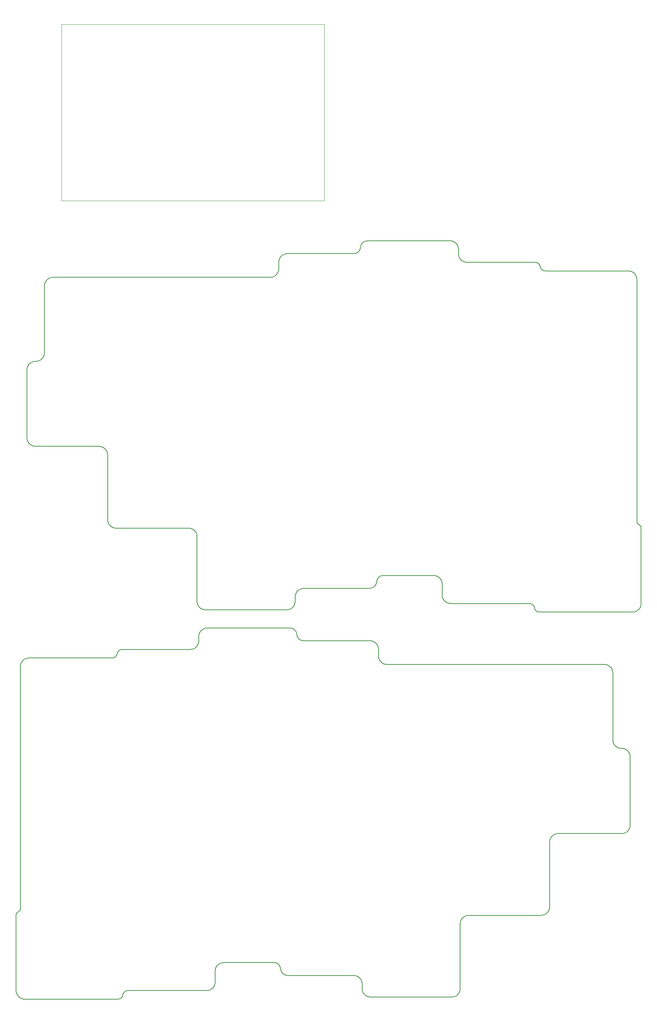
<source format=gbr>
%TF.GenerationSoftware,KiCad,Pcbnew,(6.0.6)*%
%TF.CreationDate,2022-09-03T22:19:59-07:00*%
%TF.ProjectId,NourK,4e6f7572-4b2e-46b6-9963-61645f706362,rev?*%
%TF.SameCoordinates,Original*%
%TF.FileFunction,Profile,NP*%
%FSLAX46Y46*%
G04 Gerber Fmt 4.6, Leading zero omitted, Abs format (unit mm)*
G04 Created by KiCad (PCBNEW (6.0.6)) date 2022-09-03 22:19:59*
%MOMM*%
%LPD*%
G01*
G04 APERTURE LIST*
%TA.AperFunction,Profile*%
%ADD10C,0.199999*%
%TD*%
%TA.AperFunction,Profile*%
%ADD11C,0.100000*%
%TD*%
G04 APERTURE END LIST*
D10*
X136064865Y-152193896D02*
X136155688Y-152229707D01*
X79244975Y-141269827D02*
X79331211Y-141313994D01*
X137387524Y-156776895D02*
X137400243Y-156876986D01*
X160404650Y-80793088D02*
X160373845Y-80744140D01*
X80418526Y-158475415D02*
X80440858Y-158572176D01*
X99314279Y-81272379D02*
X99287328Y-81367287D01*
X122096332Y-153850128D02*
X122121771Y-153766524D01*
X159037653Y-79293416D02*
X158961778Y-79285889D01*
X41703434Y-121730647D02*
X41784581Y-121782669D01*
X100180613Y-77669954D02*
X100105059Y-77729328D01*
X62261877Y-250484169D02*
X62318773Y-250467139D01*
X80690201Y-167842453D02*
X80658758Y-167935381D01*
X119177370Y-249244265D02*
X119236744Y-249319818D01*
X81583486Y-164644831D02*
X81507932Y-164704204D01*
X141620036Y-232644717D02*
X141642368Y-232547956D01*
X118279177Y-76209080D02*
X118251476Y-76286508D01*
X162546151Y-213268908D02*
X162586203Y-213180315D01*
X122177125Y-153501575D02*
X122191675Y-153411182D01*
X42821653Y-102272419D02*
X42821653Y-102272419D01*
X61452490Y-170898406D02*
X61416480Y-170936436D01*
X118382711Y-245850789D02*
X118438472Y-245929202D01*
X141087263Y-75677581D02*
X141055819Y-75584653D01*
X59568315Y-124072216D02*
X59568315Y-124072216D01*
X103466802Y-156035166D02*
X103518824Y-155954020D01*
X123307866Y-172291026D02*
X123235297Y-172228165D01*
X98261286Y-242043361D02*
X98342791Y-242046170D01*
X177069237Y-174543004D02*
X177056519Y-174442912D01*
X141569077Y-248252016D02*
X141576801Y-248150447D01*
X38281891Y-230924314D02*
X38279999Y-230957026D01*
X62669141Y-250289350D02*
X62711923Y-250255291D01*
X160018079Y-79851884D02*
X159986013Y-79798381D01*
X99331376Y-242470233D02*
X99379940Y-242523176D01*
X99549953Y-242764626D02*
X99586203Y-242832321D01*
X61165246Y-141031972D02*
X61263735Y-141049560D01*
X122777273Y-171614812D02*
X122737222Y-171526220D01*
X180846096Y-211084470D02*
X180894254Y-211000716D01*
X102012399Y-164272220D02*
X101803152Y-164253690D01*
X61880747Y-169943739D02*
X61854261Y-170007066D01*
X139481759Y-74295364D02*
X139381667Y-74282645D01*
X99618634Y-78319306D02*
X99574466Y-78405542D01*
X138340126Y-158282859D02*
X138423880Y-158331017D01*
X102887708Y-159109524D02*
X102935866Y-159025770D01*
X103087339Y-158667190D02*
X103114290Y-158572283D01*
X40911569Y-103677680D02*
X40884618Y-103772588D01*
X80260553Y-168592466D02*
X80194330Y-168661924D01*
X175946646Y-172944717D02*
X175858053Y-172904666D01*
X117467708Y-245168780D02*
X117558531Y-245204591D01*
X159061027Y-160075749D02*
X159093836Y-160121244D01*
X57872895Y-122095260D02*
X57971384Y-122112849D01*
X102449440Y-159615746D02*
X102522010Y-159552886D01*
X160150712Y-80168905D02*
X160127742Y-80098640D01*
X58764946Y-122469545D02*
X58840500Y-122528919D01*
X59557989Y-123867727D02*
X59565713Y-123969296D01*
X97971983Y-82682628D02*
X97877075Y-82709578D01*
X179538713Y-212006765D02*
X179635474Y-211984432D01*
X62405377Y-169397274D02*
X62352078Y-169423081D01*
X123165838Y-172161942D02*
X123099616Y-172092484D01*
X122590377Y-170952218D02*
X122582654Y-170850650D01*
X99619876Y-242902915D02*
X99650932Y-242976389D01*
X141868950Y-232010714D02*
X141920972Y-231929568D01*
X38538243Y-230393509D02*
X38500032Y-230433806D01*
X63132202Y-249410508D02*
X63154097Y-249351593D01*
X159952007Y-79747998D02*
X159916019Y-79700656D01*
X38295643Y-230829046D02*
X38289767Y-230860304D01*
X101197419Y-244986360D02*
X101382838Y-245020083D01*
X82580097Y-248547588D02*
X82580097Y-248547588D01*
X40176625Y-250544664D02*
X40279545Y-250547268D01*
X103418645Y-156118920D02*
X103466802Y-156035166D01*
X38279999Y-230957026D02*
X38279545Y-230990185D01*
X137666746Y-157609479D02*
X137718768Y-157690625D01*
X183677751Y-141015003D02*
X183677751Y-141015003D01*
X80535062Y-158850835D02*
X80575114Y-158939428D01*
X181014284Y-193559934D02*
X180978473Y-193469111D01*
X62981945Y-249900188D02*
X63006136Y-249845106D01*
X122229278Y-153238741D02*
X122252254Y-153156729D01*
X122582654Y-170850650D02*
X122580052Y-170747730D01*
X63294285Y-249088641D02*
X63327956Y-249042351D01*
X122676831Y-152445111D02*
X122730051Y-152398191D01*
X98920541Y-82044733D02*
X98857680Y-82117302D01*
X136857635Y-152727788D02*
X136920496Y-152800357D01*
X139172710Y-158562081D02*
X139274279Y-158569804D01*
X139377199Y-158572406D02*
X157585466Y-158572406D01*
X118909616Y-74709513D02*
X118852631Y-74761639D01*
X101580174Y-164247486D02*
X101580174Y-164247486D01*
X180677812Y-81272159D02*
X161493288Y-81272342D01*
X181874444Y-81669474D02*
X181796031Y-81613714D01*
X123095699Y-152181070D02*
X123164003Y-152155778D01*
X182614847Y-82772306D02*
X182587896Y-82677399D01*
X61126335Y-171134579D02*
X61079290Y-171153957D01*
X44787817Y-100867157D02*
X44756373Y-100960085D01*
X162429614Y-213644328D02*
X162451946Y-213547567D01*
X103763042Y-155658025D02*
X103832501Y-155591803D01*
X63520469Y-248842225D02*
X63563294Y-248808441D01*
X99534415Y-78494135D02*
X99498604Y-78584958D01*
X38369461Y-249141991D02*
X38400905Y-249234919D01*
X183022505Y-160052509D02*
X183091964Y-159986286D01*
X137534369Y-157350896D02*
X137574421Y-157439489D01*
X44149918Y-101815715D02*
X44074364Y-101875089D01*
X175284051Y-172757826D02*
X175182483Y-172750103D01*
X141177179Y-76272319D02*
X141177179Y-76272319D01*
X157907865Y-158608892D02*
X158011765Y-158637340D01*
X44940698Y-84272478D02*
X44918366Y-84369240D01*
X79921190Y-141800419D02*
X79980563Y-141875973D01*
X163985912Y-212088031D02*
X164084401Y-212070442D01*
X81599402Y-159915182D02*
X81690225Y-159950993D01*
X80256533Y-142384938D02*
X80287977Y-142477866D01*
X122382830Y-168380724D02*
X122338662Y-168294488D01*
X181677751Y-160572086D02*
X181677751Y-160572086D01*
X119826723Y-249806240D02*
X119912959Y-249850407D01*
X38289871Y-248751741D02*
X38302589Y-248851833D01*
X123542979Y-172458181D02*
X123461833Y-172406160D01*
X99922028Y-243985225D02*
X99957557Y-244061460D01*
X139274279Y-158569804D02*
X139377199Y-158572406D01*
X38520934Y-249500571D02*
X38569092Y-249584326D01*
X138598709Y-158415236D02*
X138689532Y-158451047D01*
X62995518Y-169261071D02*
X62919643Y-169268598D01*
X44888059Y-84567822D02*
X44880335Y-84669391D01*
X98861597Y-242156252D02*
X98927862Y-242184685D01*
X123779246Y-152068651D02*
X123864175Y-152072422D01*
X104209454Y-166929302D02*
X104147594Y-166883058D01*
X142234649Y-231567351D02*
X142307218Y-231504490D01*
X101280175Y-160069836D02*
X101381743Y-160062114D01*
X98649430Y-82315844D02*
X98573876Y-82375217D01*
X164388981Y-212047398D02*
X179135643Y-212047398D01*
X100237599Y-244464412D02*
X100294962Y-244522145D01*
X99705042Y-243131911D02*
X99728018Y-243213923D01*
X98793293Y-242130960D02*
X98861597Y-242156252D01*
X79976749Y-168850381D02*
X79898336Y-168906141D01*
X78377893Y-141072605D02*
X78480813Y-141075207D01*
X61030807Y-171171302D02*
X60980872Y-171186680D01*
X118377130Y-75782421D02*
X118345839Y-75960879D01*
X181714884Y-81561693D02*
X181631130Y-81513536D01*
X38577665Y-230356619D02*
X38538243Y-230393509D01*
X59965644Y-140269236D02*
X60025018Y-140344790D01*
X177476893Y-191444232D02*
X177421132Y-191365819D01*
X78984605Y-169237382D02*
X78883037Y-169245105D01*
X181177643Y-81335118D02*
X181080882Y-81312787D01*
X99765621Y-243386364D02*
X99780171Y-243476757D01*
X39269418Y-229591938D02*
X39263847Y-229620708D01*
X120575553Y-250037296D02*
X120677121Y-250045018D01*
X180882300Y-81282482D02*
X180780732Y-81274760D01*
X158877183Y-159624775D02*
X158877183Y-159624775D01*
X57671235Y-122074818D02*
X57772803Y-122082541D01*
X63028083Y-249787566D02*
X63047752Y-249727544D01*
X58346805Y-122229386D02*
X58435397Y-122269438D01*
X81021507Y-165294183D02*
X80977339Y-165380419D01*
X183457264Y-140458624D02*
X183419053Y-140418327D01*
X61909052Y-169883765D02*
X61880747Y-169943739D01*
X123380769Y-152098931D02*
X123456846Y-152086382D01*
X60880648Y-140951245D02*
X60973577Y-140982689D01*
X80180671Y-142205522D02*
X80220723Y-142294115D01*
X120759877Y-155011178D02*
X120935945Y-154964486D01*
X122060487Y-167903052D02*
X121994265Y-167833593D01*
X100105059Y-77729328D02*
X100032490Y-77792189D01*
X43280802Y-102231786D02*
X43182313Y-102249374D01*
X103174653Y-158175372D02*
X103177255Y-158072452D01*
X177665350Y-191661814D02*
X177599127Y-191592355D01*
X119242363Y-74491981D02*
X119169377Y-74529690D01*
X122121771Y-153766524D02*
X122143749Y-153680539D01*
X101864922Y-159951085D02*
X101955745Y-159915276D01*
X80870033Y-165652763D02*
X80843083Y-165747671D01*
X143374915Y-231058113D02*
X143476483Y-231050389D01*
X117898259Y-245388989D02*
X117976672Y-245444750D01*
X181125317Y-194043112D02*
X181112599Y-193943021D01*
X117975225Y-76751423D02*
X117923339Y-76806500D01*
X57971384Y-122112849D02*
X58068146Y-122135181D01*
X59048751Y-122727461D02*
X59111612Y-122800030D01*
X78877724Y-141135570D02*
X78972631Y-141162521D01*
X121918933Y-154231119D02*
X121960945Y-154159983D01*
X183520581Y-159350561D02*
X183556391Y-159259737D01*
X61258973Y-171063583D02*
X61216164Y-171089459D01*
X102638693Y-164432383D02*
X102559182Y-164400548D01*
X162586203Y-213180315D02*
X162630370Y-213094079D01*
X84557053Y-246852168D02*
X84569772Y-246752077D01*
X42877733Y-102272419D02*
X42877733Y-102272419D01*
X160656900Y-81060228D02*
X160616850Y-81029690D01*
X140446487Y-249850311D02*
X140532723Y-249806143D01*
X121533370Y-167489196D02*
X121447134Y-167445028D01*
X102835686Y-159190670D02*
X102887708Y-159109524D01*
X180172715Y-192537148D02*
X180088961Y-192488990D01*
X45840660Y-83061859D02*
X45759514Y-83113880D01*
X177120196Y-190650670D02*
X177102608Y-190552181D01*
X59568315Y-124072216D02*
X59568315Y-139072605D01*
X141576801Y-248150447D02*
X141579403Y-248047527D01*
X104089113Y-166833842D02*
X104033957Y-166781682D01*
X38738819Y-230246227D02*
X38698874Y-230267941D01*
X183675405Y-140949132D02*
X183672132Y-140916885D01*
X120377122Y-74272304D02*
X120377122Y-74272304D01*
X160616850Y-81029690D02*
X160578159Y-80996721D01*
X181135643Y-210047398D02*
X181135643Y-210047398D01*
X59689675Y-139760271D02*
X59725485Y-139851095D01*
X183677297Y-140981844D02*
X183675405Y-140949132D01*
X38279545Y-248547253D02*
X38279545Y-248547253D01*
X175384143Y-172770544D02*
X175284051Y-172757826D01*
X103342742Y-165039712D02*
X103301313Y-164973550D01*
X80377893Y-143072605D02*
X80377893Y-143072605D01*
X160693561Y-231024742D02*
X160792050Y-231007154D01*
X86580097Y-242047710D02*
X98093121Y-242047604D01*
X45167280Y-83735236D02*
X45119122Y-83818990D01*
X84290550Y-247584661D02*
X84338708Y-247500907D01*
X179135643Y-192247601D02*
X179135643Y-192247601D01*
X83447180Y-248350366D02*
X83533416Y-248306199D01*
X122306364Y-153001207D02*
X122337420Y-152927733D01*
X39676813Y-172050691D02*
X39621053Y-172129103D01*
X98857680Y-82117302D02*
X98791458Y-82186760D01*
X98093121Y-242047604D02*
X98093121Y-242047604D01*
X164388981Y-212047398D02*
X164388981Y-212047398D01*
X118304101Y-76128981D02*
X118279177Y-76209080D01*
X120580052Y-167247807D02*
X105580166Y-167247807D01*
X82173404Y-160062032D02*
X82274973Y-160069757D01*
X59909884Y-140190823D02*
X59965644Y-140269236D01*
X158892189Y-159689834D02*
X158909544Y-159752362D01*
X118438472Y-245929202D02*
X118490494Y-246010348D01*
X44480403Y-101469050D02*
X44421030Y-101544604D01*
X41341217Y-102927664D02*
X41278356Y-103000233D01*
X84123394Y-247819774D02*
X84182768Y-247744220D01*
X178391897Y-192126241D02*
X178301073Y-192090431D01*
X117733359Y-245288810D02*
X117817113Y-245336967D01*
X160346788Y-160572269D02*
X181677751Y-160572086D01*
X139677010Y-74335285D02*
X139580248Y-74312952D01*
X159477815Y-160428509D02*
X159529685Y-160451743D01*
X136155688Y-152229707D02*
X136244281Y-152269760D01*
X119912959Y-249850407D02*
X120001551Y-249890458D01*
X141374401Y-78139614D02*
X141334349Y-78051022D01*
X158724937Y-159212329D02*
X158753047Y-159264916D01*
X162388981Y-214047398D02*
X162391583Y-213944478D01*
X63699103Y-248719515D02*
X63746574Y-248694003D01*
X59568315Y-139072605D02*
X59568315Y-139072605D01*
X162510341Y-213359731D02*
X162546151Y-213268908D01*
X135681779Y-152095577D02*
X135780268Y-152113166D01*
X39206421Y-229788205D02*
X39193053Y-229815059D01*
X140935789Y-75319001D02*
X140887632Y-75235247D01*
X179135643Y-212047398D02*
X179238563Y-212044795D01*
X62707877Y-169301813D02*
X62642441Y-169316687D01*
X177961345Y-191906032D02*
X177882932Y-191850271D01*
X61668305Y-170554841D02*
X61641267Y-170612674D01*
X39476706Y-172380238D02*
X39436654Y-172468830D01*
X119944897Y-74297038D02*
X119749239Y-74327772D01*
X61806584Y-170144087D02*
X61785313Y-170217937D01*
X158663011Y-159113459D02*
X158694900Y-159161844D01*
X122539419Y-168844737D02*
X122517086Y-168747976D01*
X103982071Y-166726605D02*
X103933400Y-166668639D01*
X137618588Y-157525725D02*
X137666746Y-157609479D01*
X160238590Y-80454645D02*
X160215202Y-80387330D01*
X142165190Y-231633574D02*
X142234649Y-231567351D01*
X86375609Y-242058039D02*
X86477178Y-242050314D01*
X84517132Y-247047419D02*
X84539464Y-246950658D01*
X82884677Y-248524544D02*
X82983167Y-248506955D01*
X40862286Y-103869349D02*
X40844697Y-103967839D01*
X85626779Y-242289110D02*
X85713015Y-242244942D01*
X82784586Y-248537263D02*
X82884677Y-248524544D01*
X136920496Y-152800357D02*
X136979869Y-152875911D01*
X82274973Y-160069757D02*
X82377893Y-160072361D01*
X41111200Y-103235346D02*
X41063042Y-103319100D01*
X122290505Y-168210734D02*
X122238483Y-168129588D01*
X183218477Y-140271045D02*
X183159506Y-140239548D01*
X45034903Y-83993819D02*
X44999092Y-84084642D01*
X160103035Y-80031884D02*
X160076549Y-79968557D01*
X180978473Y-210825887D02*
X181014284Y-210735064D01*
X163435663Y-212288787D02*
X163521899Y-212244620D01*
X118377122Y-75782428D02*
X118377122Y-75782428D01*
X103806129Y-166477676D02*
X103769770Y-166408424D01*
X39279484Y-229475231D02*
X39279484Y-229475231D01*
X46190066Y-82893674D02*
X46099243Y-82929484D01*
X39276939Y-229533865D02*
X39273789Y-229562982D01*
X41954571Y-102469640D02*
X41868335Y-102513808D01*
X182795970Y-160230506D02*
X182874382Y-160174744D01*
X121776683Y-167645136D02*
X121698270Y-167589375D01*
X161135065Y-81246496D02*
X161027822Y-81224976D01*
X159093836Y-160121244D02*
X159128710Y-160164403D01*
X119398114Y-74425366D02*
X119318603Y-74457201D01*
X179238563Y-212044795D02*
X179340131Y-212037072D01*
X142774109Y-79231893D02*
X142677348Y-79209561D01*
X80354848Y-142768025D02*
X80367567Y-142868117D01*
X138974129Y-158531773D02*
X139072619Y-158549362D01*
X143274823Y-231070831D02*
X143374915Y-231058113D01*
X42517073Y-122049171D02*
X42617165Y-122061890D01*
X118614554Y-75064530D02*
X118576182Y-75133454D01*
X103580166Y-165757603D02*
X103580174Y-165757610D01*
X99220074Y-81551038D02*
X99180023Y-81639630D01*
X38302741Y-230798312D02*
X38295643Y-230829046D01*
X40007299Y-171704029D02*
X39934729Y-171766889D01*
X183677751Y-158572071D02*
X183677751Y-158572071D01*
X158951160Y-159869924D02*
X158975351Y-159925006D01*
X135480118Y-152075132D02*
X135581687Y-152082857D01*
X118780041Y-247047421D02*
X118780041Y-247047421D01*
X79331211Y-141313994D02*
X79414965Y-141362152D01*
X157694133Y-158576452D02*
X157801794Y-158588605D01*
X179914133Y-211890228D02*
X180002725Y-211850176D01*
X177082166Y-190350520D02*
X177079563Y-190247601D01*
X139982474Y-250006905D02*
X140079235Y-249984571D01*
X101177255Y-160072437D02*
X101280175Y-160069836D01*
X181045727Y-210642136D02*
X181072678Y-210547228D01*
X100032490Y-77792189D02*
X99963031Y-77858411D01*
X161027822Y-81224976D02*
X160976424Y-81211498D01*
X40831979Y-104067930D02*
X40824255Y-104169499D01*
X137962985Y-157986620D02*
X138032444Y-158052842D01*
X99255885Y-81460215D02*
X99220074Y-81551038D01*
X43995951Y-101930850D02*
X43914805Y-101982872D01*
X102987532Y-164635422D02*
X102924201Y-164589017D01*
X142223861Y-79031138D02*
X142140107Y-78982981D01*
X84580097Y-246547588D02*
X84580097Y-244047726D01*
X98178050Y-242043833D02*
X98261286Y-242043361D01*
X61610508Y-250547451D02*
X61751916Y-250549776D01*
X120380077Y-155065354D02*
X120574458Y-155044901D01*
X136979869Y-152875911D02*
X137035630Y-152954324D01*
X157801794Y-158588605D02*
X157907865Y-158608892D01*
X41341217Y-121416970D02*
X41407440Y-121486429D01*
X58163053Y-122162132D02*
X58255982Y-122193575D01*
X104582517Y-155162155D02*
X104677424Y-155135204D01*
X176737994Y-173629272D02*
X176682234Y-173550860D01*
X103177255Y-158072452D02*
X103177255Y-158072452D01*
X100083542Y-244274831D02*
X100131840Y-244340718D01*
X135377199Y-152072528D02*
X135480118Y-152075132D01*
X119069588Y-249084706D02*
X119121610Y-249165852D01*
X102787919Y-164504872D02*
X102714933Y-164467163D01*
X62143305Y-250512197D02*
X62203375Y-250499181D01*
X41868335Y-121830826D02*
X41954571Y-121874994D01*
X99379847Y-79169705D02*
X99377244Y-79272625D01*
X104927314Y-167207274D02*
X104832572Y-167189003D01*
X141338014Y-249000846D02*
X141382182Y-248914610D01*
X103769770Y-166408424D02*
X103736352Y-166336420D01*
X40161265Y-171588896D02*
X40082852Y-171644656D01*
X121447134Y-167445028D02*
X121358541Y-167404977D01*
X43831051Y-102031029D02*
X43744815Y-102075197D01*
X121472896Y-154703251D02*
X121538885Y-154654010D01*
X39050953Y-230014943D02*
X39006457Y-230059946D01*
X122191675Y-153411182D02*
X122209072Y-153323564D01*
X99426118Y-242579104D02*
X99469871Y-242638000D01*
X117976672Y-245444750D02*
X118052226Y-245504124D01*
X103705820Y-166261690D02*
X103678119Y-166184262D01*
X81033137Y-159552783D02*
X81105706Y-159615645D01*
X62427611Y-250426925D02*
X62479481Y-250403691D01*
X117613765Y-77037585D02*
X117541438Y-77074750D01*
X160263182Y-80518732D02*
X160238590Y-80454645D01*
X175079563Y-172747501D02*
X124580052Y-172747723D01*
X137366873Y-153868055D02*
X137374596Y-153969624D01*
X57568315Y-122072216D02*
X57671235Y-122074818D01*
X140697623Y-249705962D02*
X140776036Y-249650201D01*
X38367935Y-230625978D02*
X38342257Y-230680994D01*
X105025984Y-167222301D02*
X104927314Y-167207274D01*
X42133986Y-121950856D02*
X42226914Y-121982299D01*
X182865262Y-139992593D02*
X182827770Y-139943437D01*
X40242412Y-171536875D02*
X40161265Y-171588896D01*
X141298538Y-77960199D02*
X141267095Y-77867271D01*
X104491784Y-167084017D02*
X104415858Y-167049932D01*
X143579403Y-231047787D02*
X143579403Y-231047787D01*
X39007360Y-250090552D02*
X39082914Y-250149926D01*
X179730382Y-211957481D02*
X179823310Y-211926038D01*
X141055819Y-75584653D02*
X141020009Y-75493830D01*
X180894254Y-193294282D02*
X180846096Y-193210528D01*
X98414317Y-82482999D02*
X98330563Y-82531156D01*
X58686534Y-122413784D02*
X58764946Y-122469545D01*
X79898336Y-168906141D02*
X79817189Y-168958163D01*
X137498558Y-157260073D02*
X137534369Y-157350896D01*
X180978473Y-193469111D02*
X180938421Y-193380518D01*
X139579403Y-250047543D02*
X139682323Y-250044939D01*
X62919643Y-169268598D02*
X62846438Y-169277846D01*
X178212481Y-192050379D02*
X178126245Y-192006211D01*
X58521633Y-122313605D02*
X58605387Y-122361763D01*
X177276785Y-191114683D02*
X177236733Y-191026090D01*
X135377199Y-152072528D02*
X135377199Y-152072528D01*
X63095137Y-249534686D02*
X63112525Y-249471537D01*
X61785313Y-170217937D02*
X61785313Y-170217937D01*
X121602047Y-154601902D02*
X121662334Y-154546963D01*
X43472471Y-102182502D02*
X43377564Y-102209453D01*
X121267718Y-167369166D02*
X121174790Y-167337723D01*
X120376971Y-250006991D02*
X120475461Y-250024578D01*
X122580052Y-169247807D02*
X122577449Y-169144887D01*
X181133041Y-194144681D02*
X181125317Y-194043112D01*
X100782506Y-77362541D02*
X100689578Y-77393984D01*
X41476898Y-102791983D02*
X41407440Y-102858205D01*
X182667486Y-83067648D02*
X182654768Y-82967556D01*
X137220029Y-153294054D02*
X137255839Y-153384877D01*
X105128636Y-167234055D02*
X105025984Y-167222301D01*
X97480164Y-82769939D02*
X97377244Y-82772541D01*
X44875130Y-100375338D02*
X44867407Y-100476907D01*
X137255839Y-153384877D02*
X137287283Y-153477805D01*
X40082852Y-171644656D02*
X40007299Y-171704029D01*
X39934729Y-171766889D02*
X39865271Y-171833111D01*
X58605387Y-122361763D02*
X58686534Y-122413784D01*
X159813991Y-160537015D02*
X159875595Y-160548062D01*
X40978823Y-120850705D02*
X41018875Y-120939298D01*
X137574421Y-157439489D02*
X137618588Y-157525725D01*
X180253862Y-211705829D02*
X180332275Y-211650068D01*
X161342299Y-230806397D02*
X161426053Y-230758240D01*
X121924806Y-167767371D02*
X121852237Y-167704510D01*
X118820674Y-248450704D02*
X118843006Y-248547465D01*
X99227245Y-242373373D02*
X99280465Y-242420293D01*
X116721970Y-77267328D02*
X116611189Y-77272457D01*
X59591360Y-139377185D02*
X59608948Y-139475674D01*
X103334425Y-156293749D02*
X103374477Y-156205156D01*
X80834595Y-159344532D02*
X80897456Y-159417101D01*
X179635474Y-192310566D02*
X179538713Y-192288233D01*
X140776036Y-249650201D02*
X140851590Y-249590827D01*
X180982392Y-81295200D02*
X180882300Y-81282482D01*
X120185302Y-249957710D02*
X120280210Y-249984660D01*
X140779849Y-75075688D02*
X140720476Y-75000134D01*
X176116636Y-173037041D02*
X176032882Y-172988884D01*
X182677812Y-139500049D02*
X182677812Y-83272136D01*
X41278356Y-121344401D02*
X41341217Y-121416970D01*
X183615039Y-140705812D02*
X183589361Y-140650796D01*
X80438548Y-168365931D02*
X80382788Y-168444344D01*
X62079287Y-169631461D02*
X62041277Y-169675838D01*
X175858053Y-172904666D02*
X175767230Y-172868856D01*
X61465395Y-141070002D02*
X61568315Y-141072605D01*
X117682548Y-76997365D02*
X117613765Y-77037585D01*
X118540849Y-75205124D02*
X118508538Y-75279525D01*
X123696010Y-152068179D02*
X123779246Y-152068651D01*
X60464008Y-171247524D02*
X60464008Y-171247524D01*
X182221109Y-81999955D02*
X182158248Y-81927387D01*
X140851590Y-249590827D02*
X140924159Y-249527965D01*
X81299681Y-164902747D02*
X81236820Y-164975316D01*
X40779653Y-171310300D02*
X40684745Y-171337250D01*
X120884632Y-167270851D02*
X120784540Y-167258132D01*
X99498604Y-78584958D02*
X99467161Y-78677886D01*
X176989647Y-174152753D02*
X176958204Y-174059824D01*
X63080113Y-249599957D02*
X63080113Y-249599957D01*
X63112525Y-249471537D02*
X63132202Y-249410508D01*
X120092374Y-249926267D02*
X120185302Y-249957710D01*
X104223937Y-155313628D02*
X104310173Y-155269460D01*
X60025018Y-140344790D02*
X60087879Y-140417359D01*
X183258422Y-140292759D02*
X183218477Y-140271045D01*
X62479481Y-250403691D02*
X62529604Y-250378342D01*
X103845484Y-166544147D02*
X103806129Y-166477676D01*
X82983167Y-248506955D02*
X83079928Y-248484623D01*
X44854688Y-100576999D02*
X44837100Y-100675488D01*
X82475537Y-164270546D02*
X82377048Y-164288134D01*
X176197782Y-173089062D02*
X176116636Y-173037041D01*
X159165614Y-160205251D02*
X159204514Y-160243811D01*
X40821653Y-104272419D02*
X40821653Y-120072216D01*
X80380495Y-158175265D02*
X80388219Y-158276834D01*
X119021430Y-249000952D02*
X119069588Y-249084706D01*
X118326304Y-76046238D02*
X118304101Y-76128981D01*
X141177179Y-76272319D02*
X141174576Y-76169400D01*
X116611189Y-77272457D02*
X116496260Y-77274231D01*
X38436715Y-249325743D02*
X38476767Y-249414335D01*
X161076648Y-230926427D02*
X161167471Y-230890617D01*
X137377199Y-156572406D02*
X137379801Y-156675326D01*
X178676494Y-192206968D02*
X178579732Y-192184635D01*
X180846096Y-193210528D02*
X180794074Y-193129382D01*
X163701314Y-212168757D02*
X163794243Y-212137314D01*
X158630756Y-79271426D02*
X158448167Y-79272495D01*
X81913035Y-164444723D02*
X81826799Y-164488891D01*
X102779926Y-159269083D02*
X102835686Y-159190670D01*
X160373845Y-80744140D02*
X160344309Y-80692297D01*
X158961778Y-79285889D02*
X158801852Y-79275683D01*
X180616079Y-211392152D02*
X180678940Y-211319583D01*
X42321822Y-122009250D02*
X42418583Y-122031583D01*
X40844697Y-103967839D02*
X40831979Y-104067930D01*
X121994265Y-167833593D02*
X121924806Y-167767371D01*
X183221048Y-159844257D02*
X183280422Y-159768703D01*
X39974965Y-250524219D02*
X40075057Y-250536939D01*
X101381743Y-160062114D02*
X101481835Y-160049396D01*
X38621114Y-249665472D02*
X38676874Y-249743885D01*
X183298883Y-140318499D02*
X183258422Y-140292759D01*
X122143749Y-153680539D02*
X122162216Y-153592210D01*
X63327956Y-249042351D02*
X63363334Y-248998154D01*
X103301313Y-164973550D02*
X103256808Y-164910165D01*
X118690125Y-246452682D02*
X118717076Y-246547590D01*
X100974175Y-77313257D02*
X100877414Y-77335590D01*
X180549856Y-192833387D02*
X180480398Y-192767165D01*
X158694900Y-159161844D02*
X158724937Y-159212329D01*
X181631130Y-81513536D02*
X181544894Y-81469370D01*
X38400905Y-249234919D02*
X38436715Y-249325743D01*
X175079563Y-172747501D02*
X175079563Y-172747501D01*
X159551919Y-79422092D02*
X159496274Y-79398627D01*
X117084621Y-245070465D02*
X117183110Y-245088053D01*
X79414965Y-141362152D02*
X79496112Y-141414174D01*
X141020009Y-75493830D02*
X140979957Y-75405237D01*
X59326926Y-123118897D02*
X59371093Y-123205133D01*
X99774574Y-78075993D02*
X99718813Y-78154406D01*
X137718768Y-157690625D02*
X137774528Y-157769038D01*
X101072664Y-77295669D02*
X100974175Y-77313257D01*
X158801852Y-79275683D02*
X158630756Y-79271426D01*
X122182722Y-168051175D02*
X122123348Y-167975621D01*
X101677086Y-160009478D02*
X101771994Y-159982528D01*
X118220944Y-76361238D02*
X118187526Y-76433242D01*
X124580052Y-172747723D02*
X124477132Y-172745121D01*
X141182075Y-249244160D02*
X141237835Y-249165747D01*
X38320382Y-230738490D02*
X38302741Y-230798312D01*
X164184493Y-212057723D02*
X164286061Y-212050000D01*
X38736248Y-249819439D02*
X38799109Y-249892009D01*
X158394002Y-158833259D02*
X158436827Y-158867043D01*
X84338708Y-247500907D02*
X84382875Y-247414671D01*
X141980547Y-78875199D02*
X141904994Y-78815825D01*
X121960945Y-154159983D02*
X121999739Y-154086278D01*
X122458692Y-168560140D02*
X122422881Y-168469317D01*
X137336566Y-153669474D02*
X137354154Y-153767964D01*
X118069406Y-76632628D02*
X118023896Y-76693457D01*
X103136622Y-158475522D02*
X103154211Y-158377032D01*
X141166853Y-76067831D02*
X141154134Y-75967739D01*
X80739484Y-167650784D02*
X80717152Y-167747545D01*
X139580248Y-74312952D02*
X139481759Y-74295364D01*
X63746574Y-248694003D02*
X63844384Y-248649156D01*
X103114290Y-158572283D02*
X103136622Y-158475522D01*
X179823310Y-211926038D02*
X179914133Y-211890228D01*
X121825456Y-154365536D02*
X121873754Y-154299649D01*
X123036755Y-172019915D02*
X122977381Y-171944361D01*
X41163222Y-103154200D02*
X41111200Y-103235346D01*
X62519054Y-169352608D02*
X62461022Y-169373809D01*
X159332826Y-160346013D02*
X159379350Y-160375669D01*
X176790016Y-173710418D02*
X176737994Y-173629272D01*
X183667529Y-140885122D02*
X183661653Y-140853864D01*
X82092450Y-164368861D02*
X82001627Y-164404671D01*
X82073312Y-160049312D02*
X82173404Y-160062032D01*
X43744815Y-102075197D02*
X43656223Y-102115249D01*
X138782460Y-158482490D02*
X138877368Y-158509441D01*
X117558531Y-245204591D02*
X117647123Y-245244642D01*
X85099661Y-242702970D02*
X85165884Y-242633511D01*
X120475461Y-250024578D02*
X120575553Y-250037296D01*
X39278844Y-229504607D02*
X39276939Y-229533865D01*
X99650932Y-242976389D02*
X99679334Y-243052727D01*
X162047412Y-230166005D02*
X162099434Y-230084859D01*
X177169479Y-190842339D02*
X177142529Y-190747431D01*
X84977427Y-242851093D02*
X85036800Y-242775539D01*
X82575629Y-164257827D02*
X82475537Y-164270546D01*
X40684745Y-171337250D02*
X40591817Y-171368692D01*
X141776625Y-232180704D02*
X141820792Y-232094468D01*
X46099243Y-82929484D02*
X46010650Y-82969535D01*
X62161534Y-169551286D02*
X62119359Y-169589969D01*
X60701233Y-140875383D02*
X60789825Y-140915435D01*
X121258462Y-154833390D02*
X121332636Y-154792978D01*
X118658681Y-246359754D02*
X118690125Y-246452682D01*
X118777438Y-246944501D02*
X118780041Y-247047421D01*
X120784540Y-167258132D02*
X120682971Y-167250409D01*
X183661653Y-140853864D02*
X183654555Y-140823130D01*
X159288155Y-160314168D02*
X159332826Y-160346013D01*
X177599127Y-191592355D02*
X177536266Y-191519786D01*
X61171956Y-171113102D02*
X61126335Y-171134579D01*
X100484400Y-244678433D02*
X100553165Y-244724768D01*
X99366919Y-80977036D02*
X99354200Y-81077128D01*
X160578159Y-80996721D02*
X160540816Y-80961254D01*
X177236733Y-191026090D02*
X177200923Y-190935267D01*
X78780962Y-141113238D02*
X78877724Y-141135570D01*
X139883984Y-250024494D02*
X139982474Y-250006905D01*
X44536164Y-101390637D02*
X44480403Y-101469050D01*
X160470117Y-80882564D02*
X160436736Y-80839207D01*
X119365828Y-249461845D02*
X119435286Y-249528068D01*
X175579394Y-172810463D02*
X175482633Y-172788131D01*
X123864175Y-152072422D02*
X135377199Y-152072528D01*
X137774528Y-157769038D02*
X137833902Y-157844592D01*
X80088346Y-142035532D02*
X80136504Y-142119286D01*
X141122701Y-249319714D02*
X141182075Y-249244160D01*
X121181657Y-154870785D02*
X121258462Y-154833390D01*
X117029982Y-77232092D02*
X116931312Y-77247119D01*
X160504806Y-80923224D02*
X160470117Y-80882564D01*
X182714823Y-160282528D02*
X182795970Y-160230506D01*
X39412463Y-250350036D02*
X39501055Y-250390089D01*
X182520642Y-82493648D02*
X182480590Y-82405056D01*
X121719697Y-154489230D02*
X121774087Y-154428742D01*
X80575114Y-158939428D02*
X80619282Y-159025664D01*
X100510162Y-77469846D02*
X100423926Y-77514014D01*
X61612987Y-170667479D02*
X61583451Y-170719322D01*
X122580052Y-170747730D02*
X122580052Y-169247807D01*
X117817113Y-245336967D02*
X117898259Y-245388989D01*
X102476380Y-164371672D02*
X102390271Y-164345771D01*
X177882932Y-191850271D02*
X177807378Y-191790897D01*
X183159506Y-140239548D02*
X183103083Y-140204993D01*
X140993618Y-249461742D02*
X141059840Y-249392283D01*
X141516438Y-248547358D02*
X141538770Y-248450597D01*
X182708107Y-139702424D02*
X182700200Y-139674090D01*
X122177125Y-153501575D02*
X122177125Y-153501575D01*
X41074996Y-171257664D02*
X40974904Y-171270382D01*
X121358541Y-167404977D02*
X121267718Y-167369166D01*
X179079563Y-192247601D02*
X178976644Y-192244998D01*
X182388265Y-82235067D02*
X182336243Y-82153921D01*
X38854213Y-230180175D02*
X38797790Y-230214730D01*
X181949997Y-81728847D02*
X181874444Y-81669474D01*
X179135643Y-212047398D02*
X179135643Y-212047398D01*
X137377199Y-154072544D02*
X137377199Y-154072544D01*
X158803199Y-159376411D02*
X158825094Y-159435326D01*
X39249189Y-229677606D02*
X39240146Y-229705689D01*
X99377244Y-80772548D02*
X99374642Y-80875468D01*
X142800913Y-231204957D02*
X142891736Y-231169146D01*
X158629340Y-159067169D02*
X158663011Y-159113459D01*
X44999092Y-84084642D02*
X44967649Y-84177571D01*
X63326540Y-169246608D02*
X63155444Y-169250865D01*
X39342449Y-172747488D02*
X39320117Y-172844249D01*
X63438923Y-248916024D02*
X63478987Y-248878084D01*
X103166929Y-158276940D02*
X103174653Y-158175372D01*
X183493832Y-140502174D02*
X183457264Y-140458624D01*
X100183209Y-244403924D02*
X100237599Y-244464412D01*
X140174143Y-249957619D02*
X140267071Y-249926175D01*
X80400937Y-158376925D02*
X80418526Y-158475415D01*
X99440210Y-78772794D02*
X99417877Y-78869555D01*
X99780171Y-243476757D02*
X99795080Y-243567392D01*
X60154102Y-140486818D02*
X60223561Y-140553041D01*
X121873754Y-154299649D02*
X121918933Y-154231119D01*
X39569031Y-172210249D02*
X39520873Y-172294002D01*
X159249419Y-79326631D02*
X159181433Y-79313709D01*
X135581687Y-152082857D02*
X135681779Y-152095577D01*
X84182768Y-247744220D02*
X84238528Y-247665807D01*
X81340819Y-159782803D02*
X81424573Y-159830961D01*
X177369110Y-191284673D02*
X177320953Y-191200919D01*
X124477132Y-172745121D02*
X124375563Y-172737398D01*
X177102608Y-190552181D02*
X177089889Y-190452089D01*
X79650078Y-141529308D02*
X79722647Y-141592169D01*
X118538651Y-246094102D02*
X118582819Y-246180338D01*
X158909544Y-159752362D02*
X158929213Y-159812384D01*
X180938421Y-210914480D02*
X180978473Y-210825887D01*
X80977339Y-165380419D02*
X80937287Y-165469012D01*
X80440858Y-158572176D02*
X80467809Y-158667084D01*
X39218740Y-229761011D02*
X39206421Y-229788205D01*
X62577946Y-250350851D02*
X62624470Y-250321195D01*
X81974822Y-160031723D02*
X82073312Y-160049312D01*
X103933400Y-166668639D02*
X103887890Y-166607810D01*
X118782643Y-248150554D02*
X118790367Y-248252122D01*
X124275472Y-172724680D02*
X124176982Y-172707092D01*
X119583409Y-249650301D02*
X119661822Y-249706062D01*
X160926489Y-81196120D02*
X160878006Y-81178775D01*
X122277962Y-153077545D02*
X122306364Y-153001207D01*
X121852237Y-167704510D02*
X121776683Y-167645136D01*
X39302528Y-172942738D02*
X39289810Y-173042830D01*
X103381114Y-165108636D02*
X103342742Y-165039712D01*
X42418583Y-122031583D02*
X42517073Y-122049171D01*
X38500032Y-230433806D02*
X38463464Y-230477356D01*
X44900777Y-84467730D02*
X44888059Y-84567822D01*
X142058960Y-78930959D02*
X141980547Y-78875199D01*
X122869599Y-171784802D02*
X122821441Y-171701048D01*
X103678119Y-166184262D02*
X103653195Y-166104163D01*
X120001551Y-249890458D02*
X120092374Y-249926267D01*
X45074955Y-83905226D02*
X45034903Y-83993819D01*
X142677348Y-79209561D02*
X142582440Y-79182610D01*
X42418583Y-102313051D02*
X42321822Y-102335384D01*
X99957557Y-244061460D02*
X99996351Y-244135165D01*
X141920972Y-231929568D02*
X141976733Y-231851155D01*
X78377893Y-141072605D02*
X78377893Y-141072605D01*
X104654652Y-167142836D02*
X104571364Y-167114994D01*
X82377048Y-164288134D02*
X82280286Y-164310467D01*
X38282147Y-248650172D02*
X38289871Y-248751741D01*
X119507856Y-249590928D02*
X119583409Y-249650301D01*
X182272489Y-160482163D02*
X182365418Y-160450718D01*
X122517086Y-168747976D02*
X122490135Y-168653068D01*
X181072678Y-193747770D02*
X181045727Y-193652862D01*
X116377130Y-77272625D02*
X101377244Y-77272625D01*
X104872675Y-155095283D02*
X104972767Y-155082564D01*
X160076549Y-79968557D02*
X160048244Y-79908583D01*
X183667425Y-158776559D02*
X183675149Y-158674990D01*
X175674302Y-172837413D02*
X175579394Y-172810463D01*
X177056519Y-174442912D02*
X177038930Y-174344422D01*
X117124724Y-77213821D02*
X117029982Y-77232092D01*
X100624660Y-244768160D02*
X100698834Y-244808572D01*
X42226914Y-102362335D02*
X42133986Y-102393778D01*
X180738314Y-211244029D02*
X180794074Y-211165616D01*
X80757073Y-167552295D02*
X80739484Y-167650784D01*
X83698316Y-248206019D02*
X83776729Y-248150259D01*
X179079563Y-192247601D02*
X179079563Y-192247601D01*
X79496112Y-141414174D02*
X79574524Y-141469934D01*
X82185379Y-164337418D02*
X82092450Y-164368861D01*
X83852283Y-248090885D02*
X83924852Y-248028024D01*
X140887632Y-75235247D02*
X140835610Y-75154101D01*
X162845684Y-212775212D02*
X162908545Y-212702643D01*
X121617124Y-167537354D02*
X121533370Y-167489196D01*
X159427692Y-160403160D02*
X159477815Y-160428509D01*
X60708976Y-171236392D02*
X60589603Y-171244830D01*
X178774983Y-192224556D02*
X178676494Y-192206968D01*
D11*
X110000000Y-24000000D02*
X48850000Y-24000000D01*
X48850000Y-24000000D02*
X48850000Y-65000000D01*
X48850000Y-65000000D02*
X110000000Y-65000000D01*
X110000000Y-65000000D02*
X110000000Y-24000000D01*
D10*
X81177447Y-165050870D02*
X81121686Y-165129283D01*
X182365418Y-160450718D02*
X182456241Y-160414907D01*
X98721999Y-82252983D02*
X98649430Y-82315844D01*
X41063042Y-103319100D02*
X41018875Y-103405336D01*
X103518824Y-155954020D02*
X103574585Y-155875607D01*
X162630370Y-213094079D02*
X162678528Y-213010325D01*
X177079563Y-174747494D02*
X177079563Y-174747494D01*
X159938698Y-160557162D02*
X160003263Y-160564342D01*
X80052302Y-168791007D02*
X79976749Y-168850381D01*
X80963678Y-159486560D02*
X81033137Y-159552783D01*
X104398765Y-155229409D02*
X104489588Y-155193598D01*
X42821653Y-102272419D02*
X42718733Y-102275021D01*
X80667439Y-159109418D02*
X80719461Y-159190565D01*
X164286061Y-212050000D02*
X164388981Y-212047398D01*
X182678452Y-139529425D02*
X182677812Y-139500049D01*
X162388981Y-229047787D02*
X162388981Y-229047787D01*
X78682473Y-141095649D02*
X78780962Y-141113238D01*
X101021351Y-244939668D02*
X101197419Y-244986360D01*
X181135643Y-194247601D02*
X181135643Y-194247601D01*
X38279545Y-248547253D02*
X38282147Y-248650172D01*
X183218477Y-140271045D02*
X183218477Y-140271045D01*
X46010650Y-82969535D02*
X45924414Y-83013702D01*
X41784581Y-121782669D02*
X41868335Y-121830826D01*
X123626733Y-172506338D02*
X123542979Y-172458181D01*
X182700200Y-139674090D02*
X182693449Y-139645526D01*
X159878009Y-79656279D02*
X159837937Y-79614787D01*
X160344309Y-80692297D02*
X160316029Y-80637492D01*
X182680357Y-139558683D02*
X182678452Y-139529425D01*
X61854261Y-170007066D02*
X61829554Y-170073822D01*
X119742969Y-249758083D02*
X119826723Y-249806240D01*
X123234308Y-152133646D02*
X123306576Y-152114691D01*
X139377199Y-158572406D02*
X139377199Y-158572406D01*
X61079290Y-171153957D02*
X61030807Y-171171302D01*
X86275517Y-242070759D02*
X86375609Y-242058039D01*
X43914805Y-101982872D02*
X43831051Y-102031029D01*
X120280210Y-249984660D02*
X120376971Y-250006991D01*
X122580052Y-170747730D02*
X122580052Y-170747730D01*
X41954571Y-121874994D02*
X42043163Y-121915046D01*
X41476898Y-121552652D02*
X41549468Y-121615513D01*
X98155734Y-82615375D02*
X98064911Y-82651185D01*
X60789825Y-140915435D02*
X60880648Y-140951245D01*
X118969764Y-74660240D02*
X118909616Y-74709513D01*
X99469871Y-242638000D02*
X99511163Y-242699847D01*
X62203375Y-250499181D02*
X62261877Y-250484169D01*
X183560313Y-140598414D02*
X183528326Y-140548822D01*
X41018875Y-120939298D02*
X41063042Y-121025534D01*
X141187505Y-77477021D02*
X141179781Y-77375453D01*
X162908545Y-212702643D02*
X162974768Y-212633184D01*
X39591878Y-250425900D02*
X39684807Y-250457345D01*
X45397297Y-83427555D02*
X45334436Y-83500124D01*
X38285164Y-230892067D02*
X38281891Y-230924314D01*
X44358169Y-101617173D02*
X44291946Y-101686632D01*
X39501055Y-250390089D02*
X39591878Y-250425900D01*
X43377564Y-102209453D02*
X43280802Y-102231786D01*
X79817189Y-168958163D02*
X79733435Y-169006320D01*
X182544833Y-160374854D02*
X182631069Y-160330686D01*
X183528326Y-140548822D02*
X183493832Y-140502174D01*
X176622860Y-173475306D02*
X176559999Y-173402737D01*
X118803085Y-248352214D02*
X118820674Y-248450704D01*
X181272551Y-81362068D02*
X181177643Y-81335118D01*
X101780171Y-245047421D02*
X116780041Y-245047421D01*
X160698323Y-81088401D02*
X160656900Y-81060228D01*
X140449364Y-74729022D02*
X140373810Y-74669649D01*
X80820750Y-165844432D02*
X80803162Y-165942921D01*
X61641267Y-170612674D02*
X61612987Y-170667479D01*
X80382788Y-168444344D02*
X80323414Y-168519897D01*
X58840500Y-122528919D02*
X58913069Y-122591780D01*
X46774813Y-82774921D02*
X46673245Y-82782644D01*
X84422927Y-247326078D02*
X84458738Y-247235255D01*
X142461184Y-231389356D02*
X142542331Y-231337334D01*
X117465512Y-77108835D02*
X117385932Y-77139812D01*
X118260477Y-245702666D02*
X118323338Y-245775235D01*
X182456241Y-160414907D02*
X182544833Y-160374854D01*
X177320953Y-191200919D02*
X177276785Y-191114683D01*
X180780732Y-81274760D02*
X180677812Y-81272159D01*
X98500450Y-242061564D02*
X98576527Y-242074113D01*
X124176982Y-172707092D02*
X124080221Y-172684760D01*
X62041277Y-169675838D02*
X62005289Y-169723180D01*
X142398689Y-79115357D02*
X142310097Y-79075305D01*
X41278356Y-103000233D02*
X41218982Y-103075787D01*
X79574524Y-141469934D02*
X79650078Y-141529308D01*
X63400347Y-248956046D02*
X63438923Y-248916024D01*
X159753921Y-160523999D02*
X159813991Y-160537015D01*
X139682323Y-250044939D02*
X139783892Y-250037214D01*
X98927862Y-242184685D02*
X98992048Y-242216243D01*
X141136546Y-75869250D02*
X141114213Y-75772489D01*
X123892385Y-172626367D02*
X123801562Y-172590557D01*
X137440164Y-157072237D02*
X137467115Y-157167145D01*
X139783892Y-250037214D02*
X139883984Y-250024494D01*
X84670013Y-243452987D02*
X84701457Y-243360059D01*
X159438242Y-79377426D02*
X159377782Y-79358411D01*
X63065107Y-249665016D02*
X63080113Y-249599957D01*
X141114213Y-75772489D02*
X141087263Y-75677581D01*
X117923339Y-76806500D02*
X117868183Y-76858660D01*
X176032882Y-172988884D02*
X175946646Y-172944717D01*
X158448167Y-79272495D02*
X143177179Y-79272525D01*
X100131840Y-244340718D02*
X100183209Y-244403924D01*
X85383466Y-242445052D02*
X85461879Y-242389291D01*
X97377244Y-82772541D02*
X97377244Y-82772541D01*
X103504387Y-165411641D02*
X103448758Y-165254707D01*
X100038363Y-244206301D02*
X100083542Y-244274831D01*
X116931312Y-77247119D02*
X116828660Y-77258873D01*
X102657691Y-159417205D02*
X102720552Y-159344636D01*
X59278768Y-123035143D02*
X59326926Y-123118897D01*
X122209072Y-153323564D02*
X122229278Y-153238741D01*
X59570917Y-139175524D02*
X59578641Y-139277093D01*
X105177255Y-155072239D02*
X105177255Y-155072239D01*
X160316029Y-80637492D02*
X160288991Y-80579659D01*
X162299065Y-229642525D02*
X162326016Y-229547618D01*
X61939217Y-169827066D02*
X61909052Y-169883765D01*
X105177255Y-155072239D02*
X120177125Y-155072239D01*
X183049382Y-140167558D02*
X182998576Y-140127422D01*
X118622871Y-246268931D02*
X118658681Y-246359754D01*
X122701411Y-171435397D02*
X122669968Y-171342469D01*
X80490570Y-168284785D02*
X80438548Y-168365931D01*
X84382875Y-247414671D02*
X84422927Y-247326078D01*
X64049431Y-248584074D02*
X64155502Y-248563787D01*
X103055896Y-158760119D02*
X103087339Y-158667190D01*
X40824255Y-120175135D02*
X40831979Y-120276704D01*
X42043163Y-102429589D02*
X41954571Y-102469640D01*
X41218982Y-103075787D02*
X41163222Y-103154200D01*
X158844771Y-159496355D02*
X158862159Y-159559504D01*
X99171755Y-242329491D02*
X99227245Y-242373373D01*
X80719461Y-159190565D02*
X80775221Y-159268978D01*
X82280286Y-164310467D02*
X82185379Y-164337418D01*
X141556359Y-248352107D02*
X141569077Y-248252016D01*
X178042491Y-191958054D02*
X177961345Y-191906032D01*
X86177028Y-242088348D02*
X86275517Y-242070759D01*
X104571364Y-167114994D02*
X104491784Y-167084017D01*
X160388981Y-231047787D02*
X160388981Y-231047787D01*
X99377244Y-79272625D02*
X99377244Y-80772548D01*
X118790367Y-248252122D02*
X118803085Y-248352214D01*
X41549468Y-102729122D02*
X41476898Y-102791983D01*
X102214327Y-159782901D02*
X102295474Y-159730880D01*
X60223561Y-140553041D02*
X60296130Y-140615902D01*
X103158502Y-164791785D02*
X103104665Y-164736821D01*
X99574466Y-78405542D02*
X99534415Y-78494135D01*
X141177179Y-77272533D02*
X141177179Y-76272319D01*
X123864175Y-152072422D02*
X123864175Y-152072422D01*
X99054118Y-242250908D02*
X99114034Y-242288663D01*
X39273789Y-229562982D02*
X39269418Y-229591938D01*
X119435286Y-249528068D02*
X119507856Y-249590928D01*
X180172715Y-211757851D02*
X180253862Y-211705829D01*
X162388981Y-229047787D02*
X162388981Y-214047398D01*
X160205380Y-160574594D02*
X160346788Y-160572269D01*
X139955669Y-74429489D02*
X139864846Y-74393679D01*
X182738556Y-139785829D02*
X182727307Y-139758316D01*
X181135643Y-194247601D02*
X181133041Y-194144681D01*
X103630992Y-166021420D02*
X103611457Y-165936061D01*
X41784581Y-102561966D02*
X41703434Y-102613987D01*
X101481835Y-160049396D02*
X101580325Y-160031809D01*
X159583266Y-160472884D02*
X159638523Y-160491957D01*
X103905070Y-155528942D02*
X103980624Y-155469568D01*
X117385932Y-77139812D02*
X117302644Y-77167654D01*
X124080221Y-172684760D02*
X123985313Y-172657810D01*
X163351909Y-212336945D02*
X163435663Y-212288787D01*
X181456302Y-81429319D02*
X181365479Y-81393510D01*
X176276195Y-173144823D02*
X176197782Y-173089062D01*
X182280483Y-82075509D02*
X182221109Y-81999955D01*
X117279872Y-245110386D02*
X117374779Y-245137337D01*
X142036106Y-231775601D02*
X142098967Y-231703032D01*
X182022567Y-81791707D02*
X181949997Y-81728847D01*
X81507932Y-164704204D02*
X81435363Y-164767065D01*
X178579732Y-192184635D02*
X178484825Y-192157684D01*
X158112912Y-158673974D02*
X158210722Y-158718821D01*
X180677812Y-81272159D02*
X180677812Y-81272159D01*
X123306576Y-152114691D02*
X123380769Y-152098931D01*
X40412402Y-171444552D02*
X40326166Y-171488718D01*
X177038930Y-174344422D02*
X177016598Y-174247660D01*
X116828660Y-77258873D02*
X116721970Y-77267328D01*
X142891736Y-231169146D02*
X142984665Y-231137703D01*
X40831979Y-120276704D02*
X40844697Y-120376796D01*
X122252254Y-153156729D02*
X122277962Y-153077545D01*
X98650720Y-242089873D02*
X98722988Y-242108828D01*
X44814767Y-100772249D02*
X44787817Y-100867157D01*
X59658231Y-139667343D02*
X59689675Y-139760271D01*
X162386379Y-229150706D02*
X162388981Y-229047787D01*
X80124872Y-168728147D02*
X80052302Y-168791007D01*
X103154211Y-158377032D02*
X103166929Y-158276940D01*
X176922393Y-173969001D02*
X176882341Y-173880408D01*
X103448758Y-165254707D02*
X103416447Y-165180306D01*
X117541438Y-77074750D02*
X117465512Y-77108835D01*
X42877733Y-102272419D02*
X42821653Y-102272419D01*
X100294962Y-244522145D02*
X100355249Y-244577084D01*
X84869644Y-243010653D02*
X84921666Y-242929506D01*
X59578641Y-139277093D02*
X59591360Y-139377185D01*
X105074335Y-155074841D02*
X105177255Y-155072239D01*
X159379350Y-160375669D02*
X159427692Y-160403160D01*
X41407440Y-102858205D02*
X41341217Y-102927664D01*
X182177582Y-160509114D02*
X182272489Y-160482163D01*
X182556452Y-82584471D02*
X182520642Y-82493648D01*
X122487425Y-152662818D02*
X122531178Y-152603922D01*
X117302644Y-77167654D02*
X117215593Y-77192332D01*
X122035268Y-154010043D02*
X122067482Y-153931313D01*
X158448167Y-79272495D02*
X158448167Y-79272495D01*
X137354154Y-153767964D02*
X137366873Y-153868055D01*
X44756373Y-100960085D02*
X44720563Y-101050908D01*
X138180567Y-158175077D02*
X138258980Y-158230837D01*
X44680511Y-101139501D02*
X44636343Y-101225737D01*
X99135855Y-81725866D02*
X99087697Y-81809620D01*
X163044227Y-212566962D02*
X163116796Y-212504101D01*
X81181260Y-159675019D02*
X81259673Y-159730780D01*
X101177255Y-160072437D02*
X101177255Y-160072437D01*
X161426053Y-230758240D02*
X161507200Y-230706218D01*
X99728018Y-243213923D02*
X99748224Y-243298746D01*
X118977263Y-248914716D02*
X119021430Y-249000952D01*
X39279484Y-173247318D02*
X39279484Y-229475231D01*
X61610508Y-250547451D02*
X61610508Y-250547451D01*
X161507200Y-230706218D02*
X161585612Y-230650457D01*
X161661166Y-230591084D02*
X161733735Y-230528223D01*
X124375563Y-172737398D02*
X124275472Y-172724680D01*
X84777319Y-243180643D02*
X84821487Y-243094407D01*
X182677812Y-83272136D02*
X182677812Y-83272136D01*
X59226746Y-122953997D02*
X59278768Y-123035143D01*
X44867407Y-100476907D02*
X44854688Y-100576999D01*
X62791682Y-250180433D02*
X62828586Y-250139585D01*
X118452909Y-75436459D02*
X118409152Y-75604134D01*
X158556949Y-158980864D02*
X158593962Y-159022972D01*
X84821487Y-243094407D02*
X84869644Y-243010653D01*
X119299605Y-249392387D02*
X119365828Y-249461845D01*
X104059037Y-155413807D02*
X104140183Y-155361785D01*
X176882341Y-173880408D02*
X176838174Y-173794172D01*
X137417832Y-156975476D02*
X137440164Y-157072237D01*
X61751916Y-250549776D02*
X61888041Y-250544806D01*
X122577356Y-152547994D02*
X122625920Y-152495051D01*
X62005289Y-169723180D02*
X61971283Y-169773563D01*
X182080821Y-160531448D02*
X182177582Y-160509114D01*
X98791458Y-82186760D02*
X98721999Y-82252983D01*
X142310097Y-79075305D02*
X142223861Y-79031138D01*
X181125317Y-210251886D02*
X181133041Y-210150317D01*
X158436827Y-158867043D02*
X158478309Y-158902902D01*
X159030320Y-160027894D02*
X159061027Y-160075749D01*
X141976733Y-231851155D02*
X142036106Y-231775601D01*
X38617865Y-230323292D02*
X38577665Y-230356619D01*
X162478897Y-213452659D02*
X162510341Y-213359731D01*
X40591817Y-171368692D02*
X40500994Y-171404501D01*
X104310173Y-155269460D02*
X104398765Y-155229409D01*
X100259026Y-77614193D02*
X100180613Y-77669954D01*
X183388204Y-159609144D02*
X183436362Y-159525389D01*
X80538728Y-168201032D02*
X80490570Y-168284785D01*
X103374477Y-156205156D02*
X103418645Y-156118920D01*
X83924852Y-248028024D02*
X83994311Y-247961802D01*
X141200223Y-77577113D02*
X141187505Y-77477021D01*
X141762966Y-78686742D02*
X141696743Y-78617284D01*
X160878006Y-81178775D02*
X160830961Y-81159397D01*
X84490181Y-247142327D02*
X84517132Y-247047419D01*
X140044261Y-74469541D02*
X139955669Y-74429489D01*
X141904994Y-78815825D02*
X141832424Y-78752965D01*
X182727307Y-139758316D02*
X182717150Y-139730507D01*
X137087652Y-153035471D02*
X137135809Y-153119225D01*
X80780117Y-166247501D02*
X80780117Y-167247715D01*
X180794074Y-211165616D02*
X180846096Y-211084470D01*
X62301084Y-169451309D02*
X62252357Y-169482033D01*
X180002725Y-192444822D02*
X179914133Y-192404771D01*
X80388219Y-158276834D02*
X80400937Y-158376925D01*
X181135643Y-210047398D02*
X181135643Y-194247601D01*
X137035630Y-152954324D02*
X137087652Y-153035471D01*
X39163257Y-229867654D02*
X39129526Y-229918619D01*
X160127742Y-80098640D02*
X160103035Y-80031884D01*
X98244327Y-82575324D02*
X98155734Y-82615375D01*
X180480398Y-211527834D02*
X180549856Y-211461611D01*
X183614786Y-159071902D02*
X183637118Y-158975140D01*
X44877733Y-84772312D02*
X44877733Y-84772312D01*
X179635474Y-211984432D02*
X179730382Y-211957481D01*
X136791412Y-152658329D02*
X136857635Y-152727788D01*
X182998576Y-140127422D02*
X182950839Y-140084764D01*
X99377244Y-80772548D02*
X99377244Y-80772548D01*
X142098967Y-231703032D02*
X142165190Y-231633574D01*
X100698834Y-244808572D02*
X100775639Y-244845967D01*
X38676874Y-249743885D02*
X38736248Y-249819439D01*
X101580325Y-160031809D02*
X101677086Y-160009478D01*
X121538885Y-154654010D02*
X121602047Y-154601902D01*
X122977381Y-171944361D02*
X122921620Y-171865948D01*
X162365936Y-229352367D02*
X162378655Y-229252275D01*
X61300396Y-171035410D02*
X61258973Y-171063583D01*
X59809704Y-140025923D02*
X59857862Y-140109677D01*
X41868335Y-102513808D02*
X41784581Y-102561966D01*
X116780041Y-245047421D02*
X116780041Y-245047421D01*
X103267171Y-156477500D02*
X103298615Y-156384572D01*
X99379940Y-242523176D02*
X99426118Y-242579104D01*
X59446955Y-123384549D02*
X59478399Y-123477477D01*
X138258980Y-158230837D02*
X138340126Y-158282859D01*
X46877733Y-82772319D02*
X46877733Y-82772319D01*
X180678940Y-211319583D02*
X180738314Y-211244029D01*
X39229989Y-229733498D02*
X39218740Y-229761011D01*
X159204514Y-160243811D02*
X159245373Y-160280109D01*
X178126245Y-192006211D02*
X178042491Y-191958054D01*
X102924201Y-164589017D02*
X102857669Y-164545495D01*
X80337260Y-142669535D02*
X80354848Y-142768025D01*
X82780117Y-164247501D02*
X82780117Y-164247501D01*
X64371830Y-248547588D02*
X64371830Y-248547588D01*
X85165884Y-242633511D02*
X85235343Y-242567288D01*
X137467115Y-157167145D02*
X137498558Y-157260073D01*
X41018875Y-103405336D02*
X40978823Y-103493929D01*
X160048244Y-79908583D02*
X160018079Y-79851884D01*
X104343531Y-167012767D02*
X104274748Y-166972547D01*
X80622947Y-168026204D02*
X80582895Y-168114796D01*
X118023896Y-76693457D02*
X117975225Y-76751423D01*
X159656212Y-79476127D02*
X159605218Y-79447899D01*
X122557007Y-168943227D02*
X122539419Y-168844737D01*
X177079563Y-190247601D02*
X177079563Y-190247601D01*
X121404131Y-154749586D02*
X121472896Y-154703251D01*
X162399307Y-213842909D02*
X162412026Y-213742818D01*
X79980563Y-141875973D02*
X80036324Y-141954386D01*
X43082221Y-102262093D02*
X42980652Y-102269816D01*
X104677424Y-155135204D02*
X104774186Y-155112871D01*
X123461833Y-172406160D02*
X123383420Y-172350399D01*
X142307218Y-231504490D02*
X142382772Y-231445116D01*
X44588186Y-101309491D02*
X44536164Y-101390637D01*
X160983719Y-230957871D02*
X161076648Y-230926427D01*
X39520873Y-172294002D02*
X39476706Y-172380238D01*
X79733435Y-169006320D02*
X79647199Y-169050487D01*
X162099434Y-230084859D02*
X162147592Y-230001105D01*
X40974904Y-171270382D02*
X40876414Y-171287969D01*
X105580166Y-167247807D02*
X105461036Y-167249413D01*
X176682234Y-173550860D02*
X176622860Y-173475306D01*
X159638523Y-160491957D02*
X159695419Y-160508987D01*
X118780041Y-248047634D02*
X118780041Y-248047634D01*
X38302589Y-248851833D02*
X38320178Y-248950322D01*
X176493776Y-173333279D02*
X176424318Y-173267056D01*
X182158248Y-81927387D02*
X182092025Y-81857929D01*
X141382182Y-248914610D02*
X141422234Y-248826017D01*
X142382772Y-231445116D02*
X142461184Y-231389356D01*
X45681101Y-83169641D02*
X45605547Y-83229014D01*
X141538770Y-248450597D02*
X141556359Y-248352107D01*
X42043163Y-121915046D02*
X42133986Y-121950856D01*
X120177125Y-155072239D02*
X120177125Y-155072239D01*
X158877183Y-159624775D02*
X158892189Y-159689834D01*
X118251476Y-76286508D02*
X118220944Y-76361238D01*
X99387570Y-79068136D02*
X99379847Y-79169705D01*
X41407440Y-121486429D02*
X41476898Y-121552652D01*
X143074259Y-79269923D02*
X142972691Y-79262200D01*
X81435363Y-164767065D02*
X81365904Y-164833288D01*
X141059840Y-249392283D02*
X141122701Y-249319714D01*
X105346107Y-167247639D02*
X105235326Y-167242510D01*
X104972767Y-155082564D02*
X105074335Y-155074841D01*
X45605547Y-83229014D02*
X45532978Y-83291874D01*
X38396983Y-230573596D02*
X38367935Y-230625978D01*
X103548144Y-165579316D02*
X103504387Y-165411641D01*
X60531243Y-140783058D02*
X60614997Y-140831215D01*
X182764243Y-139839877D02*
X182750875Y-139813023D01*
X38463464Y-230477356D02*
X38428970Y-230524004D01*
X159751443Y-79540151D02*
X159704939Y-79506851D01*
X104415858Y-167049932D02*
X104343531Y-167012767D01*
X40876414Y-171287969D02*
X40779653Y-171310300D01*
X42517073Y-102295463D02*
X42418583Y-102313051D01*
X158825094Y-159435326D02*
X158844771Y-159496355D01*
X61829554Y-170073822D02*
X61806584Y-170144087D01*
X137179977Y-153205461D02*
X137220029Y-153294054D01*
X98342791Y-242046170D02*
X98422525Y-242052244D01*
X39242473Y-250257710D02*
X39326227Y-250305868D01*
X84620730Y-243644656D02*
X84643063Y-243547895D01*
X158975351Y-159925006D02*
X159001749Y-159977654D01*
X161932278Y-230319972D02*
X161991652Y-230244418D01*
X141466726Y-78309603D02*
X141418568Y-78225850D01*
X183675149Y-158674990D02*
X183677751Y-158572071D01*
X62955547Y-249952836D02*
X62981945Y-249900188D01*
X160436736Y-80839207D02*
X160404650Y-80793088D01*
X143579403Y-231047787D02*
X160388981Y-231047787D01*
X78780117Y-169247707D02*
X63509129Y-169247677D01*
X180794074Y-193129382D02*
X180738314Y-193050969D01*
X102720552Y-159344636D02*
X102779926Y-159269083D01*
X60296130Y-140615902D02*
X60371684Y-140675275D01*
X79279948Y-169184743D02*
X79183187Y-169207075D01*
X160171983Y-80242755D02*
X160150712Y-80168905D01*
X45924414Y-83013702D02*
X45840660Y-83061859D01*
X181095010Y-193844531D02*
X181072678Y-193747770D01*
X160069255Y-160569624D02*
X160205380Y-160574594D01*
X121020350Y-154936370D02*
X121102270Y-154905124D01*
X180407828Y-211590695D02*
X180480398Y-211527834D01*
X40279545Y-250547268D02*
X40279545Y-250547268D01*
X120177125Y-155072239D02*
X120380077Y-155065354D01*
X181045727Y-193652862D02*
X181014284Y-193559934D01*
X161585612Y-230650457D02*
X161661166Y-230591084D01*
X135877029Y-152135500D02*
X135971937Y-152162452D01*
X121332636Y-154792978D02*
X121404131Y-154749586D01*
X99336612Y-81175618D02*
X99314279Y-81272379D01*
X40500994Y-171404501D02*
X40412402Y-171444552D01*
X39161326Y-250205688D02*
X39242473Y-250257710D01*
X119480916Y-74396490D02*
X119398114Y-74425366D01*
X119099627Y-74570313D02*
X119033095Y-74613835D01*
X81826799Y-164488891D02*
X81743045Y-164537048D01*
X137374596Y-153969624D02*
X137377199Y-154072544D01*
X122338662Y-168294488D02*
X122290505Y-168210734D01*
X99813547Y-243655721D02*
X99835525Y-243741706D01*
X38320178Y-248950322D02*
X38342510Y-249047084D01*
X62752782Y-250218993D02*
X62791682Y-250180433D01*
X62846438Y-169277846D02*
X62775863Y-169288891D01*
X120580052Y-167247807D02*
X120580052Y-167247807D01*
X157585466Y-158572406D02*
X157694133Y-158576452D01*
X141820792Y-232094468D02*
X141868950Y-232010714D01*
X179238563Y-192250203D02*
X179135643Y-192247601D01*
X101803152Y-164253690D02*
X101580174Y-164247486D01*
X181080882Y-81312787D02*
X180982392Y-81295200D01*
X46573153Y-82795362D02*
X46474663Y-82812949D01*
X58068146Y-122135181D02*
X58163053Y-122162132D01*
X160830961Y-81159397D02*
X160785340Y-81137920D01*
X45275062Y-83575678D02*
X45219302Y-83654090D01*
X60614997Y-140831215D02*
X60701233Y-140875383D01*
X63080113Y-249599957D02*
X63095137Y-249534686D01*
X39876475Y-250506630D02*
X39974965Y-250524219D01*
X59725485Y-139851095D02*
X59765537Y-139939687D01*
X59631280Y-139572436D02*
X59658231Y-139667343D01*
X123985313Y-172657810D02*
X123892385Y-172626367D01*
X97681824Y-82749498D02*
X97581733Y-82762216D01*
X61340446Y-171004872D02*
X61300396Y-171035410D01*
X100936946Y-244911552D02*
X101021351Y-244939668D01*
X117215593Y-77192332D02*
X117124724Y-77213821D01*
X121774087Y-154428742D02*
X121825456Y-154365536D01*
X85307912Y-242504426D02*
X85383466Y-242445052D01*
X38907914Y-230142740D02*
X38854213Y-230180175D01*
X99287328Y-81367287D02*
X99255885Y-81460215D01*
X61694114Y-170493914D02*
X61668305Y-170554841D01*
X140979957Y-75405237D02*
X140935789Y-75319001D01*
X178976644Y-192244998D02*
X178875075Y-192237275D01*
X118490494Y-246010348D02*
X118538651Y-246094102D01*
X63945531Y-248612522D02*
X64049431Y-248584074D01*
X176424318Y-173267056D02*
X176351749Y-173204196D01*
X42718733Y-122069613D02*
X42821653Y-122072216D01*
X63607389Y-248776731D02*
X63652683Y-248747089D01*
X175767230Y-172868856D02*
X175674302Y-172837413D01*
X122162216Y-153592210D02*
X122177125Y-153501575D01*
X103179858Y-156969319D02*
X103187581Y-156867750D01*
X39289810Y-173042830D02*
X39282086Y-173144399D01*
X178301073Y-192090431D02*
X178212481Y-192050379D01*
X99374642Y-80875468D02*
X99366919Y-80977036D01*
X179914133Y-192404771D02*
X179823310Y-192368960D01*
X141589729Y-232843299D02*
X141602448Y-232743207D01*
X78480813Y-141075207D02*
X78582381Y-141082931D01*
X102591468Y-159486663D02*
X102657691Y-159417205D01*
X179135643Y-192247601D02*
X179079563Y-192247601D01*
X61971283Y-169773563D02*
X61939217Y-169827066D01*
X58982528Y-122658002D02*
X59048751Y-122727461D01*
X79858329Y-141727850D02*
X79921190Y-141800419D01*
X162326016Y-229547618D02*
X162348348Y-229450856D01*
X183589361Y-140650796D02*
X183560313Y-140598414D01*
X139864846Y-74393679D02*
X139771917Y-74362236D01*
X102044337Y-159875225D02*
X102130573Y-159831058D01*
X103256808Y-164910165D02*
X103209210Y-164849571D01*
X99087697Y-81809620D02*
X99035676Y-81890766D01*
X141237835Y-249165747D02*
X141289857Y-249084600D01*
X177200923Y-190935267D02*
X177169479Y-190842339D01*
X80287977Y-142477866D02*
X80314928Y-142572774D01*
X182687878Y-139616756D02*
X182683507Y-139587800D01*
X39279484Y-229475231D02*
X39278844Y-229504607D01*
X162391583Y-213944478D02*
X162399307Y-213842909D01*
X139280098Y-74274922D02*
X139177179Y-74272319D01*
X141174576Y-76169400D02*
X141166853Y-76067831D01*
X182587896Y-82677399D02*
X182556452Y-82584471D01*
X120677121Y-250045018D02*
X120780041Y-250047619D01*
X160540816Y-80961254D02*
X160504806Y-80923224D01*
X41218982Y-121268847D02*
X41278356Y-121344401D01*
X40943012Y-103584752D02*
X40911569Y-103677680D01*
X140373810Y-74669649D02*
X140295397Y-74613888D01*
X40862286Y-120475285D02*
X40884618Y-120572046D01*
X40884618Y-120572046D02*
X40911569Y-120666954D01*
X38428970Y-230524004D02*
X38396983Y-230573596D01*
X82377893Y-160072361D02*
X101177255Y-160072437D01*
X137833902Y-157844592D02*
X137896763Y-157917161D01*
X141579403Y-233047787D02*
X141582005Y-232944867D01*
X60929474Y-171200158D02*
X60822231Y-171221678D01*
X162378655Y-229252275D02*
X162386379Y-229150706D01*
X44421030Y-101544604D02*
X44358169Y-101617173D01*
X45759514Y-83113880D02*
X45681101Y-83169641D01*
X117809702Y-76907876D02*
X117747842Y-76954120D01*
X100423926Y-77514014D02*
X100340172Y-77562172D01*
X141154134Y-75967739D02*
X141136546Y-75869250D01*
X81365904Y-164833288D02*
X81299681Y-164902747D01*
X119236744Y-249319818D02*
X119299605Y-249392387D01*
X98722988Y-242108828D02*
X98793293Y-242130960D01*
X141334349Y-78051022D02*
X141298538Y-77960199D01*
X102522010Y-159552886D02*
X102591468Y-159486663D01*
X183336182Y-159690290D02*
X183388204Y-159609144D01*
X102980033Y-158939534D02*
X103020085Y-158850942D01*
X39240146Y-229705689D02*
X39229989Y-229733498D01*
X143476483Y-231050389D02*
X143579403Y-231047787D01*
X162730550Y-212929179D02*
X162786310Y-212850766D01*
X141179781Y-77375453D02*
X141177179Y-77272533D01*
X159795762Y-79576104D02*
X159751443Y-79540151D01*
X139177179Y-74272319D02*
X120377122Y-74272304D01*
X177421132Y-191365819D02*
X177369110Y-191284673D01*
X38569092Y-249584326D02*
X38621114Y-249665472D01*
X39282086Y-173144399D02*
X39279484Y-173247318D01*
X176958204Y-174059824D02*
X176922393Y-173969001D01*
X180738314Y-193050969D02*
X180678940Y-192975415D01*
X103240220Y-156572408D02*
X103267171Y-156477500D01*
X122407343Y-152789444D02*
X122446133Y-152724665D01*
X99511163Y-242699847D02*
X99549953Y-242764626D01*
X123235297Y-172228165D02*
X123165838Y-172161942D01*
X40821653Y-104272419D02*
X40821653Y-104272419D01*
X45463520Y-83358097D02*
X45397297Y-83427555D01*
X46474663Y-82812949D02*
X46377902Y-82835281D01*
X64371830Y-248547588D02*
X82580097Y-248547588D01*
X139177179Y-74272319D02*
X139177179Y-74272319D01*
X62775863Y-169288891D02*
X62707877Y-169301813D01*
X180407828Y-192704304D02*
X180332275Y-192644930D01*
X159837937Y-79614787D02*
X159795762Y-79576104D01*
X183654555Y-140823130D02*
X183636914Y-140763308D01*
X39263847Y-229620708D02*
X39257096Y-229649272D01*
X183280422Y-159768703D02*
X183336182Y-159690290D01*
X98495463Y-82430978D02*
X98414317Y-82482999D01*
X85801608Y-242204889D02*
X85892431Y-242169078D01*
X182949936Y-160115370D02*
X183022505Y-160052509D01*
X121102270Y-154905124D02*
X121181657Y-154870785D01*
X105580166Y-167247807D02*
X105580166Y-167247807D01*
X81690225Y-159950993D02*
X81783153Y-159982437D01*
X122337420Y-152927733D02*
X122371093Y-152857139D01*
X141642368Y-232547956D02*
X141669319Y-232453048D01*
X98576527Y-242074113D02*
X98650720Y-242089873D01*
X141669319Y-232453048D02*
X141700763Y-232360120D01*
X46673245Y-82782644D02*
X46573153Y-82795362D01*
X43656223Y-102115249D02*
X43565399Y-102151059D01*
X123456846Y-152086382D02*
X123534771Y-152077062D01*
X41625021Y-102669748D02*
X41549468Y-102729122D01*
X118377122Y-75782428D02*
X118377130Y-75782421D01*
X122238483Y-168129588D02*
X122182722Y-168051175D01*
X140357894Y-249890364D02*
X140446487Y-249850311D01*
X118345839Y-75960879D02*
X118326304Y-76046238D01*
X41549468Y-121615513D02*
X41625021Y-121674886D01*
X63232359Y-249187511D02*
X63262396Y-249137026D01*
X62624470Y-250321195D02*
X62669141Y-250289350D01*
X100553165Y-244724768D02*
X100624660Y-244768160D01*
X84458738Y-247235255D02*
X84490181Y-247142327D01*
X97780314Y-82731910D02*
X97681824Y-82749498D01*
X63154097Y-249351593D02*
X63178137Y-249294791D01*
X139579403Y-250047543D02*
X139579403Y-250047543D01*
X119567025Y-74370589D02*
X119480916Y-74396490D01*
X40978823Y-103493929D02*
X40943012Y-103584752D01*
X44877733Y-84772312D02*
X44877733Y-100272419D01*
X122577449Y-169144887D02*
X122569726Y-169043318D01*
X141422234Y-248826017D02*
X141458044Y-248735194D01*
X41176564Y-171249942D02*
X41074996Y-171257664D01*
X162451946Y-213547567D02*
X162478897Y-213452659D01*
X179440223Y-212024353D02*
X179538713Y-212006765D01*
X38865332Y-249961468D02*
X38934791Y-250027691D01*
X63006136Y-249845106D02*
X63028083Y-249787566D01*
X159916019Y-79700656D02*
X159878009Y-79656279D01*
X162231811Y-229826277D02*
X162267621Y-229735453D01*
X182693449Y-139645526D02*
X182687878Y-139616756D01*
X118576182Y-75133454D02*
X118540849Y-75205124D01*
X59478399Y-123477477D02*
X59505350Y-123572385D01*
X79065560Y-141193964D02*
X79156383Y-141229775D01*
X103177255Y-158072452D02*
X103177255Y-157072239D01*
X159110858Y-79302664D02*
X159037653Y-79293416D01*
X99833948Y-78000439D02*
X99774574Y-78075993D01*
X79647199Y-169050487D02*
X79558607Y-169090539D01*
X101274325Y-77275227D02*
X101172756Y-77282950D01*
X103653195Y-166104163D02*
X103630992Y-166021420D01*
X40943012Y-120759882D02*
X40978823Y-120850705D01*
X117868183Y-76858660D02*
X117809702Y-76907876D01*
X122643017Y-171247561D02*
X122620684Y-171150800D01*
X177079563Y-190247601D02*
X177079563Y-174747494D01*
X104140183Y-155361785D02*
X104223937Y-155313628D01*
X61487179Y-170857746D02*
X61452490Y-170898406D01*
X62642441Y-169316687D02*
X62579514Y-169333593D01*
X60589603Y-171244830D02*
X60464008Y-171247524D01*
X38934791Y-250027691D02*
X39007360Y-250090552D01*
X84539464Y-246950658D02*
X84557053Y-246852168D01*
X40821653Y-120072216D02*
X40824255Y-120175135D01*
X182092025Y-81857929D02*
X182022567Y-81791707D01*
X118187526Y-76433242D02*
X118151167Y-76502494D01*
X136573830Y-152469870D02*
X136649384Y-152529244D01*
X59765537Y-139939687D02*
X59809704Y-140025923D01*
X118869957Y-248642372D02*
X118901400Y-248735301D01*
X43182313Y-102249374D02*
X43082221Y-102262093D01*
X180088961Y-192488990D02*
X180002725Y-192444822D01*
X84590423Y-243843237D02*
X84603142Y-243743146D01*
X39193053Y-229815059D02*
X39163257Y-229867654D01*
X121662334Y-154546963D02*
X121719697Y-154489230D01*
X183091964Y-159986286D02*
X183158187Y-159916827D01*
X180088961Y-211806008D02*
X180172715Y-211757851D01*
X84603142Y-243743146D02*
X84620730Y-243644656D01*
X39621053Y-172129103D02*
X39569031Y-172210249D01*
X180253862Y-192589169D02*
X180172715Y-192537148D01*
X78582381Y-141082931D02*
X78682473Y-141095649D01*
X62896269Y-250050931D02*
X62926976Y-250003076D01*
X116780041Y-245047421D02*
X116882961Y-245050023D01*
X140924159Y-249527965D02*
X140993618Y-249461742D01*
X42821653Y-122072216D02*
X57568315Y-122072216D01*
X99114034Y-242288663D02*
X99171755Y-242329491D01*
X161167471Y-230890617D02*
X161256063Y-230850565D01*
X39400844Y-172559653D02*
X39369400Y-172652581D01*
X102390271Y-164345771D02*
X102208057Y-164302954D01*
X159245373Y-160280109D02*
X159288155Y-160314168D01*
X97581733Y-82762216D02*
X97480164Y-82769939D01*
X98422525Y-242052244D02*
X98500450Y-242061564D01*
X40279545Y-250547268D02*
X61610508Y-250547451D01*
X120983121Y-167288439D02*
X120884632Y-167270851D01*
X158011765Y-158637340D02*
X158112912Y-158673974D01*
X142140107Y-78982981D02*
X142058960Y-78930959D01*
X176559999Y-173402737D02*
X176493776Y-173333279D01*
X183672132Y-140916885D02*
X183667529Y-140885122D01*
X183637118Y-158975140D02*
X183654707Y-158876651D01*
X181544894Y-81469370D02*
X181456302Y-81429319D01*
X137135809Y-153119225D02*
X137179977Y-153205461D01*
X40824255Y-104169499D02*
X40821653Y-104272419D01*
X137377199Y-156572406D02*
X137377199Y-156572406D01*
X42718733Y-102275021D02*
X42617165Y-102282744D01*
X119033095Y-74613835D02*
X118969764Y-74660240D01*
X161493288Y-81272342D02*
X161367693Y-81269648D01*
X177089889Y-190452089D02*
X177082166Y-190350520D01*
X138032444Y-158052842D02*
X138105013Y-158115703D01*
X179823310Y-192368960D02*
X179730382Y-192337517D01*
X85985359Y-242137634D02*
X86080267Y-242110682D01*
X80323414Y-168519897D02*
X80260553Y-168592466D01*
X123712969Y-172550506D02*
X123626733Y-172506338D01*
X176351749Y-173204196D02*
X176276195Y-173144823D01*
X120780041Y-250047619D02*
X120780041Y-250047619D01*
X121698270Y-167589375D02*
X121617124Y-167537354D01*
X118111812Y-76568965D02*
X118069406Y-76632628D01*
X143177179Y-79272525D02*
X143177179Y-79272525D01*
X38279545Y-230990185D02*
X38279545Y-248547253D01*
X80467809Y-158667084D02*
X80499252Y-158760012D01*
X39257096Y-229649272D02*
X39249189Y-229677606D01*
X182683507Y-139587800D02*
X182680357Y-139558683D01*
X178875075Y-192237275D02*
X178774983Y-192224556D01*
X103020085Y-158850942D02*
X103055896Y-158760119D01*
X40884618Y-103772588D02*
X40862286Y-103869349D01*
X62711923Y-250255291D02*
X62752782Y-250218993D01*
X84238528Y-247665807D02*
X84290550Y-247584661D01*
X98979915Y-81969179D02*
X98920541Y-82044733D01*
X98064911Y-82651185D02*
X97971983Y-82682628D01*
X61520560Y-170814389D02*
X61487179Y-170857746D01*
X44877733Y-100272419D02*
X44877733Y-100272419D01*
X118756996Y-246742840D02*
X118769715Y-246842932D01*
X80780117Y-167247715D02*
X80777515Y-167350635D01*
X104774186Y-155112871D02*
X104872675Y-155095283D01*
X62461022Y-169373809D02*
X62405377Y-169397274D01*
X158304613Y-158771907D02*
X158349907Y-158801549D01*
X141633882Y-78544715D02*
X141574508Y-78469162D01*
X99400289Y-78968045D02*
X99387570Y-79068136D01*
X160491901Y-231045184D02*
X160593469Y-231037461D01*
X140657615Y-74927565D02*
X140591392Y-74858106D01*
X41703434Y-102613987D02*
X41625021Y-102669748D01*
X122669968Y-171342469D02*
X122643017Y-171247561D01*
X161248320Y-81261210D02*
X161135065Y-81246496D01*
X123029434Y-152209503D02*
X123095699Y-152181070D01*
X118655983Y-74998368D02*
X118614554Y-75064530D01*
X118843006Y-248547465D02*
X118869957Y-248642372D01*
X160741132Y-81114277D02*
X160698323Y-81088401D01*
X161803194Y-230462000D02*
X161869417Y-230392541D01*
X177536266Y-191519786D02*
X177476893Y-191444232D01*
X80780117Y-167247715D02*
X80780117Y-167247715D01*
X136495417Y-152414109D02*
X136573830Y-152469870D01*
X177734809Y-191728036D02*
X177665350Y-191661814D01*
X41063042Y-121025534D02*
X41111200Y-121109288D01*
X81424573Y-159830961D02*
X81510809Y-159875129D01*
X39436654Y-172468830D02*
X39400844Y-172559653D01*
X103416447Y-165180306D02*
X103381114Y-165108636D01*
X183636914Y-140763308D02*
X183615039Y-140705812D01*
X79467784Y-169126349D02*
X79374856Y-169157792D01*
X161869417Y-230392541D02*
X161932278Y-230319972D01*
X160215202Y-80387330D02*
X160171983Y-80242755D01*
X118937211Y-248826124D02*
X118977263Y-248914716D01*
X40326166Y-171488718D02*
X40242412Y-171536875D01*
X103574585Y-155875607D02*
X103633958Y-155800053D01*
X98330563Y-82531156D02*
X98244327Y-82575324D01*
X61068484Y-141009639D02*
X61165246Y-141031972D01*
X163889150Y-212110363D02*
X163985912Y-212088031D01*
X159001749Y-159977654D02*
X159030320Y-160027894D01*
X44222487Y-101752854D02*
X44149918Y-101815715D01*
X104274748Y-166972547D02*
X104209454Y-166929302D01*
X160785340Y-81137920D02*
X160741132Y-81114277D01*
X80782720Y-166144582D02*
X80780117Y-166247501D01*
X99035676Y-81890766D02*
X98979915Y-81969179D01*
X182827770Y-139943437D02*
X182794039Y-139892472D01*
X157585466Y-158572406D02*
X157585466Y-158572406D01*
X181112599Y-193943021D02*
X181095010Y-193844531D01*
X137400243Y-156876986D02*
X137417832Y-156975476D01*
X39684807Y-250457345D02*
X39779714Y-250484296D01*
X80901477Y-165559835D02*
X80870033Y-165652763D01*
X158753047Y-159264916D02*
X158779159Y-159319609D01*
X136330517Y-152313928D02*
X136414271Y-152362086D01*
X59371093Y-123205133D02*
X59411145Y-123293726D01*
X103887890Y-166607810D02*
X103845484Y-166544147D01*
X100598755Y-77429795D02*
X100510162Y-77469846D01*
X119749239Y-74327772D02*
X119567025Y-74370589D01*
X63262396Y-249137026D02*
X63294285Y-249088641D01*
X63155444Y-169250865D02*
X62995518Y-169261071D01*
X141579403Y-233047787D02*
X141579403Y-233047787D01*
X136649384Y-152529244D02*
X136721953Y-152592106D01*
X122620684Y-171150800D02*
X122603096Y-171052310D01*
X100877414Y-77335590D02*
X100782506Y-77362541D01*
X81783153Y-159982437D02*
X81878061Y-160009389D01*
X141832424Y-78752965D02*
X141762966Y-78686742D01*
X80658758Y-167935381D02*
X80622947Y-168026204D01*
X104033957Y-166781682D02*
X103982071Y-166726605D01*
X137379801Y-156675326D02*
X137387524Y-156776895D01*
X182717150Y-139730507D02*
X182708107Y-139702424D01*
X175482633Y-172788131D02*
X175384143Y-172770544D01*
X61888041Y-250544806D02*
X61954033Y-250539524D01*
X101382838Y-245020083D02*
X101577219Y-245040536D01*
X39006457Y-230059946D02*
X38958720Y-230102604D01*
X39320117Y-172844249D02*
X39302528Y-172942738D01*
X79084697Y-169224663D02*
X78984605Y-169237382D01*
X99896809Y-77927870D02*
X99833948Y-78000439D01*
X138877368Y-158509441D02*
X138974129Y-158531773D01*
X139381667Y-74282645D02*
X139280098Y-74274922D01*
X61216164Y-171089459D02*
X61171956Y-171113102D01*
X181677751Y-160572086D02*
X181780671Y-160569482D01*
X84580097Y-244047726D02*
X84582700Y-243944806D01*
X38738819Y-230246227D02*
X38738819Y-230246227D01*
X38799109Y-249892009D02*
X38865332Y-249961468D01*
X83358587Y-248390418D02*
X83447180Y-248350366D01*
X61742094Y-170362512D02*
X61718706Y-170429827D01*
X162267621Y-229735453D02*
X162299065Y-229642525D01*
X162348348Y-229450856D02*
X162365936Y-229352367D01*
X159704939Y-79506851D02*
X159656212Y-79476127D01*
X141574508Y-78469162D02*
X141518748Y-78390749D01*
X83617170Y-248258041D02*
X83698316Y-248206019D01*
X100855026Y-244880306D02*
X100936946Y-244911552D01*
X177016598Y-174247660D02*
X176989647Y-174152753D01*
X102714933Y-164467163D02*
X102638693Y-164432383D01*
X99180023Y-81639630D02*
X99135855Y-81725866D01*
X178484825Y-192157684D02*
X178391897Y-192126241D01*
X84643063Y-243547895D02*
X84670013Y-243452987D01*
X159529685Y-160451743D02*
X159583266Y-160472884D01*
X80136504Y-142119286D02*
X80180671Y-142205522D01*
X100689578Y-77393984D02*
X100598755Y-77429795D01*
X140591392Y-74858106D02*
X140521933Y-74791883D01*
X181112599Y-210351978D02*
X181125317Y-210251886D01*
X142984665Y-231137703D02*
X143079572Y-231110752D01*
X99354200Y-81077128D02*
X99336612Y-81175618D01*
X181095010Y-210450467D02*
X181112599Y-210351978D01*
X102935866Y-159025770D02*
X102980033Y-158939534D01*
X85713015Y-242244942D02*
X85801608Y-242204889D01*
X99835525Y-243741706D02*
X99860964Y-243825310D01*
X141518748Y-78390749D02*
X141466726Y-78309603D01*
X62828586Y-250139585D02*
X62863460Y-250096426D01*
X42226914Y-121982299D02*
X42321822Y-122009250D01*
X62352078Y-169423081D02*
X62301084Y-169451309D01*
X97877075Y-82709578D02*
X97780314Y-82731910D01*
X103177255Y-157072239D02*
X103177255Y-157072239D01*
X182631069Y-160330686D02*
X182714823Y-160282528D01*
X103736352Y-166336420D02*
X103705820Y-166261690D01*
X118852631Y-74761639D02*
X118798794Y-74816603D01*
X60450096Y-140731036D02*
X60531243Y-140783058D01*
X180332275Y-192644930D02*
X180253862Y-192589169D01*
X58913069Y-122591780D02*
X58982528Y-122658002D01*
X138510116Y-158375184D02*
X138598709Y-158415236D01*
X120574458Y-155044901D02*
X120759877Y-155011178D01*
X118780041Y-247047421D02*
X118780041Y-248047634D01*
X183379631Y-140381437D02*
X183339431Y-140348110D01*
X183556391Y-159259737D02*
X183587835Y-159166809D01*
X80775221Y-159268978D02*
X80834595Y-159344532D01*
X118748086Y-74874389D02*
X118700488Y-74934983D01*
X41163222Y-121190434D02*
X41218982Y-121268847D01*
X159128710Y-160164403D02*
X159165614Y-160205251D01*
X99996351Y-244135165D02*
X100038363Y-244206301D01*
X83994311Y-247961802D02*
X84060533Y-247892343D01*
X141582005Y-232944867D02*
X141589729Y-232843299D01*
X141240144Y-77772363D02*
X141217812Y-77675602D01*
X44967649Y-84177571D02*
X44940698Y-84272478D01*
X39799048Y-171902569D02*
X39736187Y-171975137D01*
X122730051Y-152398191D02*
X122785541Y-152354309D01*
X141602448Y-232743207D02*
X141620036Y-232644717D01*
X82780117Y-164247501D02*
X82677198Y-164250104D01*
X38289767Y-230860304D02*
X38285164Y-230892067D01*
X80843083Y-165747671D02*
X80820750Y-165844432D01*
X102559182Y-164400548D02*
X102476380Y-164371672D01*
X39092034Y-229967775D02*
X39050953Y-230014943D01*
X101377244Y-77272625D02*
X101377244Y-77272625D01*
X123614505Y-152070988D02*
X123696010Y-152068179D01*
X62579514Y-169333593D02*
X62519054Y-169352608D01*
X138105013Y-158115703D02*
X138180567Y-158175077D01*
X85461879Y-242389291D02*
X85543025Y-242337268D01*
X122903178Y-152275726D02*
X122965248Y-152241061D01*
X141489487Y-248642266D02*
X141516438Y-248547358D01*
X80314928Y-142572774D02*
X80337260Y-142669535D01*
X123383420Y-172350399D02*
X123307866Y-172291026D01*
X103177255Y-157072239D02*
X103179858Y-156969319D01*
X59857862Y-140109677D02*
X59909884Y-140190823D01*
X86580097Y-242047710D02*
X86580097Y-242047710D01*
X99679334Y-243052727D02*
X99705042Y-243131911D01*
X161256063Y-230850565D02*
X161342299Y-230806397D01*
X160288991Y-80579659D02*
X160263182Y-80518732D01*
X158258193Y-158744333D02*
X158304613Y-158771907D01*
X161493288Y-81272342D02*
X161493288Y-81272342D01*
X180894254Y-211000716D02*
X180938421Y-210914480D01*
X62926976Y-250003076D02*
X62955547Y-249952836D01*
X64263163Y-248551634D02*
X64371830Y-248547588D01*
X61263735Y-141049560D02*
X61363827Y-141062279D01*
X163521899Y-212244620D02*
X163610491Y-212204568D01*
X61568315Y-141072605D02*
X78377893Y-141072605D01*
X44880335Y-84669391D02*
X44877733Y-84772312D01*
X62252357Y-169482033D02*
X62205853Y-169515333D01*
X84582700Y-243944806D02*
X84590423Y-243843237D01*
X38342510Y-249047084D02*
X38369461Y-249141991D01*
X118739408Y-246644351D02*
X118756996Y-246742840D01*
X63178137Y-249294791D02*
X63204249Y-249240098D01*
X79183187Y-169207075D02*
X79084697Y-169224663D01*
X61552646Y-170768270D02*
X61520560Y-170814389D01*
X103580174Y-165757610D02*
X103548144Y-165579316D01*
X122843262Y-152313481D02*
X122903178Y-152275726D01*
X63478987Y-248878084D02*
X63520469Y-248842225D01*
X141418568Y-78225850D02*
X141374401Y-78139614D01*
X116496260Y-77274231D02*
X116377130Y-77272625D01*
X61568315Y-141072605D02*
X61568315Y-141072605D01*
X101771994Y-159982528D02*
X101864922Y-159951085D01*
X78883037Y-169245105D02*
X78780117Y-169247707D01*
X45119122Y-83818990D02*
X45074955Y-83905226D01*
X81661899Y-164589070D02*
X81583486Y-164644831D01*
X163116796Y-212504101D02*
X163192350Y-212444727D01*
X63363334Y-248998154D02*
X63400347Y-248956046D01*
X84701457Y-243360059D02*
X84737267Y-243269236D01*
X42821653Y-122072216D02*
X42821653Y-122072216D01*
X119169377Y-74529690D02*
X119099627Y-74570313D01*
X183677751Y-141015003D02*
X183677297Y-140981844D01*
X138689532Y-158451047D02*
X138782460Y-158482490D01*
X121174790Y-167337723D02*
X121079882Y-167310772D01*
X63047752Y-249727544D02*
X63065107Y-249665016D01*
X181365479Y-81393510D02*
X181272551Y-81362068D01*
X118769715Y-246842932D02*
X118777438Y-246944501D01*
X80377893Y-158072345D02*
X80380495Y-158175265D01*
X82580097Y-248547588D02*
X82683017Y-248544986D01*
X159181433Y-79313709D02*
X159110858Y-79302664D01*
X61718706Y-170429827D02*
X61694114Y-170493914D01*
X98573876Y-82375217D02*
X98495463Y-82430978D01*
X42321822Y-102335384D02*
X42226914Y-102362335D01*
X122067482Y-153931313D02*
X122096332Y-153850128D01*
X80937287Y-165469012D02*
X80901477Y-165559835D01*
X122490135Y-168653068D02*
X122458692Y-168560140D01*
X122921620Y-171865948D02*
X122869599Y-171784802D01*
X62018598Y-250532344D02*
X62081701Y-250523244D01*
X41279484Y-171247341D02*
X41176564Y-171249942D01*
X103298615Y-156384572D02*
X103334425Y-156293749D01*
X183103083Y-140204993D02*
X183049382Y-140167558D01*
X82683017Y-248544986D02*
X82784586Y-248537263D01*
X86477178Y-242050314D02*
X86580097Y-242047710D01*
X159986013Y-79798381D02*
X159952007Y-79747998D01*
X159496274Y-79398627D02*
X159438242Y-79377426D01*
X61583451Y-170719322D02*
X61552646Y-170768270D01*
X99860964Y-243825310D02*
X99889814Y-243906495D01*
X140295397Y-74613888D02*
X140214251Y-74561866D01*
X122580052Y-169247807D02*
X122580052Y-169247807D01*
X80220723Y-142294115D02*
X80256533Y-142384938D01*
X177079563Y-174747494D02*
X177076961Y-174644573D01*
X61363827Y-141062279D02*
X61465395Y-141070002D01*
X46282994Y-82862231D02*
X46190066Y-82893674D01*
X123099616Y-172092484D02*
X123036755Y-172019915D01*
X59527682Y-123669146D02*
X59545270Y-123767636D01*
X117647123Y-245244642D02*
X117733359Y-245288810D01*
X79558607Y-169090539D02*
X79467784Y-169126349D01*
X46377902Y-82835281D02*
X46282994Y-82862231D01*
X142542331Y-231337334D02*
X142626085Y-231289176D01*
X39865271Y-171833111D02*
X39799048Y-171902569D01*
X85543025Y-242337268D02*
X85626779Y-242289110D01*
X99718813Y-78154406D02*
X99666791Y-78235552D01*
X85235343Y-242567288D02*
X85307912Y-242504426D01*
X61379137Y-170971903D02*
X61340446Y-171004872D01*
X180938421Y-193380518D02*
X180894254Y-193294282D01*
X141458044Y-248735194D02*
X141489487Y-248642266D01*
X79374856Y-169157792D02*
X79279948Y-169184743D01*
X182906343Y-140039761D02*
X182865262Y-139992593D01*
X101172756Y-77282950D02*
X101072664Y-77295669D01*
X177076961Y-174644573D02*
X177069237Y-174543004D01*
X182654768Y-82967556D02*
X182637179Y-82869067D01*
X118194254Y-245633207D02*
X118260477Y-245702666D01*
X81259673Y-159730780D02*
X81340819Y-159782803D01*
X162388981Y-214047398D02*
X162388981Y-214047398D01*
X136721953Y-152592106D02*
X136791412Y-152658329D01*
X84737267Y-243269236D02*
X84777319Y-243180643D01*
X62318773Y-250467139D02*
X62374030Y-250448066D01*
X160976424Y-81211498D02*
X160926489Y-81196120D01*
X158210722Y-158718821D02*
X158258193Y-158744333D01*
X41279484Y-171247341D02*
X41279484Y-171247341D01*
X40844697Y-120376796D02*
X40862286Y-120475285D01*
X160171983Y-80242755D02*
X160171983Y-80242755D01*
X158518373Y-158940842D02*
X158556949Y-158980864D01*
X182675210Y-83169217D02*
X182667486Y-83067648D01*
X79156383Y-141229775D02*
X79244975Y-141269827D01*
X164084401Y-212070442D02*
X164184493Y-212057723D01*
X159875595Y-160548062D02*
X159938698Y-160557162D01*
X182874382Y-160174744D02*
X182949936Y-160115370D01*
X104147594Y-166883058D02*
X104089113Y-166833842D01*
X103611457Y-165936061D02*
X103580166Y-165757603D01*
X118323338Y-245775235D02*
X118382711Y-245850789D01*
X142712321Y-231245009D02*
X142800913Y-231204957D01*
X181982331Y-160549037D02*
X182080821Y-160531448D01*
X85036800Y-242775539D02*
X85099661Y-242702970D01*
X80036324Y-141954386D02*
X80088346Y-142035532D01*
X44074364Y-101875089D02*
X43995951Y-101930850D01*
X120780041Y-250047619D02*
X139579403Y-250047543D01*
X103696819Y-155727484D02*
X103763042Y-155658025D01*
X121079882Y-167310772D02*
X120983121Y-167288439D01*
X179440223Y-192270645D02*
X179340131Y-192257926D01*
X86080267Y-242110682D02*
X86177028Y-242088348D01*
X99417877Y-78869555D02*
X99400289Y-78968045D01*
X158593962Y-159022972D02*
X158629340Y-159067169D01*
X140720476Y-75000134D02*
X140657615Y-74927565D01*
X45532978Y-83291874D02*
X45463520Y-83358097D01*
X80367567Y-142868117D02*
X80375291Y-142969685D01*
X42617165Y-122061890D02*
X42718733Y-122069613D01*
X101377244Y-77272625D02*
X101274325Y-77275227D01*
X103047680Y-164684695D02*
X102987532Y-164635422D01*
X163610491Y-212204568D02*
X163701314Y-212168757D01*
X180332275Y-211650068D02*
X180407828Y-211590695D01*
X103217888Y-156669169D02*
X103240220Y-156572408D01*
X84921666Y-242929506D02*
X84977427Y-242851093D01*
X122123348Y-167975621D02*
X122060487Y-167903052D01*
X60087879Y-140417359D02*
X60154102Y-140486818D01*
X62374030Y-250448066D02*
X62427611Y-250426925D01*
X182637179Y-82869067D02*
X182614847Y-82772306D01*
X177142529Y-190747431D02*
X177120196Y-190650670D01*
X39129526Y-229918619D02*
X39092034Y-229967775D01*
X141579403Y-248047527D02*
X141579403Y-248047527D01*
X98992048Y-242216243D02*
X99054118Y-242250908D01*
X117747842Y-76954120D02*
X117682548Y-76997365D01*
X100418411Y-244629192D02*
X100484400Y-244678433D01*
X62863460Y-250096426D02*
X62896269Y-250050931D01*
X163192350Y-212444727D02*
X163270762Y-212388966D01*
X175182483Y-172750103D02*
X175079563Y-172747501D01*
X46877733Y-82772319D02*
X46774813Y-82774921D01*
X62529604Y-250378342D02*
X62577946Y-250350851D01*
X182677812Y-83272136D02*
X182675210Y-83169217D01*
X118780041Y-248047634D02*
X118782643Y-248150554D01*
X141267095Y-77867271D02*
X141240144Y-77772363D01*
X62119359Y-169589969D02*
X62079287Y-169631461D01*
X116377130Y-77272625D02*
X116377130Y-77272625D01*
X176838174Y-173794172D02*
X176790016Y-173710418D01*
X97377244Y-82772541D02*
X46877733Y-82772319D01*
X122737222Y-171526220D02*
X122701411Y-171435397D01*
X140267071Y-249926175D02*
X140357894Y-249890364D01*
X122785541Y-152354309D02*
X122843262Y-152313481D01*
X99963031Y-77858411D02*
X99896809Y-77927870D01*
X39279484Y-173247318D02*
X39279484Y-173247318D01*
X141736573Y-232269297D02*
X141776625Y-232180704D01*
X103209210Y-164849571D02*
X103158502Y-164791785D01*
X81510809Y-159875129D02*
X81599402Y-159915182D01*
X137377199Y-154072544D02*
X137377199Y-156572406D01*
X45334436Y-83500124D02*
X45275062Y-83575678D01*
X57568315Y-122072216D02*
X57568315Y-122072216D01*
X142489512Y-79151167D02*
X142398689Y-79115357D01*
X182794039Y-139892472D02*
X182764243Y-139839877D01*
X102857669Y-164545495D02*
X102787919Y-164504872D01*
X139072619Y-158549362D02*
X139172710Y-158562081D01*
X119121610Y-249165852D02*
X119177370Y-249244265D01*
X63652683Y-248747089D02*
X63699103Y-248719515D01*
X39779714Y-250484296D02*
X39876475Y-250506630D01*
X81236820Y-164975316D02*
X81177447Y-165050870D01*
X42980652Y-102269816D02*
X42877733Y-102272419D01*
X80803162Y-165942921D02*
X80790443Y-166043013D01*
X122446133Y-152724665D02*
X122487425Y-152662818D01*
X142872599Y-79249481D02*
X142774109Y-79231893D01*
X162412026Y-213742818D02*
X162429614Y-213644328D01*
X122821441Y-171701048D02*
X122777273Y-171614812D01*
X140214251Y-74561866D02*
X140130497Y-74513709D01*
X177807378Y-191790897D02*
X177734809Y-191728036D01*
X158779159Y-159319609D02*
X158803199Y-159376411D01*
X59505350Y-123572385D02*
X59527682Y-123669146D01*
X135780268Y-152113166D02*
X135877029Y-152135500D01*
X163794243Y-212137314D02*
X163889150Y-212110363D01*
X118409152Y-75604134D02*
X118377122Y-75782428D01*
X140532723Y-249806143D02*
X140616477Y-249757985D01*
X143177179Y-79272525D02*
X143074259Y-79269923D01*
X82677198Y-164250104D02*
X82575629Y-164257827D01*
X117374779Y-245137337D02*
X117467708Y-245168780D01*
X103200300Y-156767658D02*
X103217888Y-156669169D01*
X181780671Y-160569482D02*
X181882239Y-160561757D01*
X160003263Y-160564342D02*
X160069255Y-160569624D01*
X81069664Y-165210429D02*
X81021507Y-165294183D01*
X101955745Y-159915276D02*
X102044337Y-159875225D01*
X79792106Y-141658392D02*
X79858329Y-141727850D01*
X60980872Y-171186680D02*
X60929474Y-171200158D01*
X40911569Y-120666954D02*
X40943012Y-120759882D01*
X122371093Y-152857139D02*
X122407343Y-152789444D01*
X123164003Y-152155778D02*
X123234308Y-152133646D01*
X179730382Y-192337517D02*
X179635474Y-192310566D01*
X58255982Y-122193575D02*
X58346805Y-122229386D01*
X64155502Y-248563787D02*
X64263163Y-248551634D01*
X118717076Y-246547590D02*
X118739408Y-246644351D01*
X38279545Y-230990185D02*
X38279545Y-230990185D01*
X162678528Y-213010325D02*
X162730550Y-212929179D01*
X59170986Y-122875584D02*
X59226746Y-122953997D01*
X158349907Y-158801549D02*
X158394002Y-158833259D01*
X84569772Y-246752077D02*
X84577495Y-246650508D01*
X99280465Y-242420293D02*
X99331376Y-242470233D01*
X44636343Y-101225737D02*
X44588186Y-101309491D01*
X122965248Y-152241061D02*
X123029434Y-152209503D01*
X183339431Y-140348110D02*
X183298883Y-140318499D01*
X135971937Y-152162452D02*
X136064865Y-152193896D01*
X81121686Y-165129283D02*
X81069664Y-165210429D01*
X40821653Y-120072216D02*
X40821653Y-120072216D01*
X140521933Y-74791883D02*
X140449364Y-74729022D01*
X159605218Y-79447899D02*
X159551919Y-79422092D01*
X142626085Y-231289176D02*
X142712321Y-231245009D01*
X160888812Y-230984821D02*
X160983719Y-230957871D01*
X60464008Y-171247524D02*
X41279484Y-171247341D01*
X141177179Y-77272533D02*
X141177179Y-77272533D01*
X182677812Y-139500049D02*
X182677812Y-139500049D01*
X99748224Y-243298746D02*
X99765621Y-243386364D01*
X181133041Y-210150317D02*
X181135643Y-210047398D01*
X161733735Y-230528223D02*
X161803194Y-230462000D01*
X61416480Y-170936436D02*
X61379137Y-170971903D01*
X183158187Y-159916827D02*
X183221048Y-159844257D01*
X182480590Y-82405056D02*
X182436423Y-82318820D01*
X183419053Y-140418327D02*
X183379631Y-140381437D01*
X118901400Y-248735301D02*
X118937211Y-248826124D01*
X182950839Y-140084764D02*
X182906343Y-140039761D01*
X59608948Y-139475674D02*
X59631280Y-139572436D01*
X105235326Y-167242510D02*
X105128636Y-167234055D01*
X80780117Y-166247501D02*
X80780117Y-166247501D01*
X136244281Y-152269760D02*
X136330517Y-152313928D01*
X103832501Y-155591803D02*
X103905070Y-155528942D01*
X116882961Y-245050023D02*
X116984529Y-245057746D01*
X100340172Y-77562172D02*
X100259026Y-77614193D01*
X160346788Y-160572269D02*
X160346788Y-160572269D01*
X183677751Y-158572071D02*
X183677751Y-141015003D01*
X141289857Y-249084600D02*
X141338014Y-249000846D01*
X82377893Y-160072361D02*
X82377893Y-160072361D01*
X81105706Y-159615645D02*
X81181260Y-159675019D01*
X100775639Y-244845967D02*
X100855026Y-244880306D01*
X118124795Y-245566985D02*
X118194254Y-245633207D01*
X78972631Y-141162521D02*
X79065560Y-141193964D01*
X141700763Y-232360120D02*
X141736573Y-232269297D01*
X141579403Y-248047527D02*
X141579403Y-233047787D01*
X180480398Y-192767165D02*
X180407828Y-192704304D01*
X143176334Y-231088420D02*
X143274823Y-231070831D01*
X160593469Y-231037461D02*
X160693561Y-231024742D01*
X39082914Y-250149926D02*
X39161326Y-250205688D01*
X141696743Y-78617284D02*
X141633882Y-78544715D01*
X98093121Y-242047604D02*
X98178050Y-242043833D01*
X80194330Y-168661924D02*
X80124872Y-168728147D01*
X102295474Y-159730880D02*
X102373887Y-159675119D01*
X44837100Y-100675488D02*
X44814767Y-100772249D01*
X41111200Y-121109288D02*
X41163222Y-121190434D01*
X63563294Y-248808441D02*
X63607389Y-248776731D01*
X100355249Y-244577084D02*
X100418411Y-244629192D01*
X143079572Y-231110752D02*
X143176334Y-231088420D01*
X83533416Y-248306199D02*
X83617170Y-248258041D01*
X179340131Y-192257926D02*
X179238563Y-192250203D01*
X183654707Y-158876651D02*
X183667425Y-158776559D01*
X59568315Y-139072605D02*
X59570917Y-139175524D01*
X80377893Y-143072605D02*
X80377893Y-158072345D01*
X83174836Y-248457672D02*
X83267764Y-248426229D01*
X140079235Y-249984571D02*
X140174143Y-249957619D01*
X44877733Y-100272419D02*
X44875130Y-100375338D01*
X182336243Y-82153921D02*
X182280483Y-82075509D01*
X43565399Y-102151059D02*
X43472471Y-102182502D01*
X182436423Y-82318820D02*
X182388265Y-82235067D01*
X142972691Y-79262200D02*
X142872599Y-79249481D01*
X180002725Y-211850176D02*
X180088961Y-211806008D01*
X138423880Y-158331017D02*
X138510116Y-158375184D01*
X122603096Y-171052310D02*
X122590377Y-170952218D01*
X38476767Y-249414335D02*
X38520934Y-249500571D01*
X99780171Y-243476757D02*
X99780171Y-243476757D01*
X84580097Y-246547588D02*
X84580097Y-246547588D01*
X84577495Y-246650508D02*
X84580097Y-246547588D01*
X118582819Y-246180338D02*
X118622871Y-246268931D01*
X99889814Y-243906495D02*
X99922028Y-243985225D01*
X101780171Y-245047421D02*
X101780171Y-245047421D01*
X83079928Y-248484623D02*
X83174836Y-248457672D01*
X179538713Y-192288233D02*
X179440223Y-192270645D01*
X63204249Y-249240098D02*
X63232359Y-249187511D01*
X180549856Y-211461611D02*
X180616079Y-211392152D01*
X38698874Y-230267941D02*
X38658413Y-230293681D01*
X120154144Y-74278508D02*
X119944897Y-74297038D01*
X79722647Y-141592169D02*
X79792106Y-141658392D01*
X83776729Y-248150259D02*
X83852283Y-248090885D01*
X80377893Y-158072345D02*
X80377893Y-158072345D01*
X103187581Y-156867750D02*
X103200300Y-156767658D01*
X103104665Y-164736821D02*
X103047680Y-164684695D01*
X80777515Y-167350635D02*
X80769791Y-167452203D01*
X60371684Y-140675275D02*
X60450096Y-140731036D01*
X80375291Y-142969685D02*
X80377893Y-143072605D01*
X99666791Y-78235552D02*
X99618634Y-78319306D01*
X80582895Y-168114796D02*
X80538728Y-168201032D01*
X163270762Y-212388966D02*
X163351909Y-212336945D01*
X85892431Y-242169078D02*
X85985359Y-242137634D01*
X162191759Y-229914869D02*
X162231811Y-229826277D01*
X140616477Y-249757985D02*
X140697623Y-249705962D01*
X136414271Y-152362086D02*
X136495417Y-152414109D01*
X162974768Y-212633184D02*
X163044227Y-212566962D01*
X59111612Y-122800030D02*
X59170986Y-122875584D01*
X101577219Y-245040536D02*
X101780171Y-245047421D01*
X81878061Y-160009389D02*
X81974822Y-160031723D01*
X140835610Y-75154101D02*
X140779849Y-75075688D01*
X80499252Y-158760012D02*
X80535062Y-158850835D01*
X183480529Y-159439153D02*
X183520581Y-159350561D01*
X81743045Y-164537048D02*
X81661899Y-164589070D01*
X121999739Y-154086278D02*
X122035268Y-154010043D01*
X158862159Y-159559504D02*
X158877183Y-159624775D01*
X82001627Y-164404671D02*
X81913035Y-164444723D01*
X122422881Y-168469317D02*
X122382830Y-168380724D01*
X137314233Y-153572713D02*
X137336566Y-153669474D01*
X39736187Y-171975137D02*
X39676813Y-172050691D01*
X58435397Y-122269438D02*
X58521633Y-122313605D01*
X120682971Y-167250409D02*
X120580052Y-167247807D01*
X118798794Y-74816603D02*
X118748086Y-74874389D01*
X42617165Y-102282744D02*
X42517073Y-102295463D01*
X38797790Y-230214730D02*
X38738819Y-230246227D01*
X105461036Y-167249413D02*
X105346107Y-167247639D01*
X123801562Y-172590557D02*
X123712969Y-172550506D01*
X102130573Y-159831058D02*
X102214327Y-159782901D01*
X160388981Y-231047787D02*
X160491901Y-231045184D01*
X59545270Y-123767636D02*
X59557989Y-123867727D01*
X84060533Y-247892343D02*
X84123394Y-247819774D01*
X59565713Y-123969296D02*
X59568315Y-124072216D01*
X162786310Y-212850766D02*
X162845684Y-212775212D01*
X117183110Y-245088053D02*
X117279872Y-245110386D01*
X119318603Y-74457201D02*
X119242363Y-74491981D01*
X118508538Y-75279525D02*
X118452909Y-75436459D01*
X78780117Y-169247707D02*
X78780117Y-169247707D01*
X104832572Y-167189003D02*
X104741703Y-167167514D01*
X42133986Y-102393778D02*
X42043163Y-102429589D01*
X80717152Y-167747545D02*
X80690201Y-167842453D01*
X101580174Y-164247486D02*
X82780117Y-164247501D01*
X120935945Y-154964486D02*
X121020350Y-154936370D01*
X99467161Y-78677886D02*
X99440210Y-78772794D01*
X118151167Y-76502494D02*
X118111812Y-76568965D01*
X102373887Y-159675119D02*
X102449440Y-159615746D01*
X137896763Y-157917161D02*
X137962985Y-157986620D01*
X60822231Y-171221678D02*
X60708976Y-171236392D01*
X99795080Y-243567392D02*
X99813547Y-243655721D01*
X99586203Y-242832321D02*
X99619876Y-242902915D01*
X137287283Y-153477805D02*
X137314233Y-153572713D01*
X161367693Y-81269648D02*
X161248320Y-81261210D01*
X179340131Y-212037072D02*
X179440223Y-212024353D01*
X59411145Y-123293726D02*
X59446955Y-123384549D01*
X158478309Y-158902902D02*
X158518373Y-158940842D01*
X183436362Y-159525389D02*
X183480529Y-159439153D01*
X102208057Y-164302954D02*
X102012399Y-164272220D01*
X40075057Y-250536939D02*
X40176625Y-250544664D01*
X116984529Y-245057746D02*
X117084621Y-245070465D01*
X141217812Y-77675602D02*
X141200223Y-77577113D01*
X103580174Y-165757610D02*
X103580174Y-165757610D01*
X159314855Y-79341505D02*
X159249419Y-79326631D01*
X122569726Y-169043318D02*
X122557007Y-168943227D01*
X99377244Y-79272625D02*
X99377244Y-79272625D01*
X80619282Y-159025664D02*
X80667439Y-159109418D01*
X140130497Y-74513709D02*
X140044261Y-74469541D01*
X60973577Y-140982689D02*
X61068484Y-141009639D01*
X39369400Y-172652581D02*
X39342449Y-172747488D01*
X122531178Y-152603922D02*
X122577356Y-152547994D01*
X44720563Y-101050908D02*
X44680511Y-101139501D01*
X183587835Y-159166809D02*
X183614786Y-159071902D01*
X62205853Y-169515333D02*
X62161534Y-169551286D01*
X181796031Y-81613714D02*
X181714884Y-81561693D01*
X159695419Y-160508987D02*
X159753921Y-160523999D01*
X63844384Y-248649156D02*
X63945531Y-248612522D01*
X181882239Y-160561757D02*
X181982331Y-160549037D01*
X41625021Y-121674886D02*
X41703434Y-121730647D01*
X160792050Y-231007154D02*
X160888812Y-230984821D01*
X62081701Y-250523244D02*
X62143305Y-250512197D01*
X61954033Y-250539524D02*
X62018598Y-250532344D01*
X124580052Y-172747723D02*
X124580052Y-172747723D01*
X181014284Y-210735064D02*
X181045727Y-210642136D01*
X44918366Y-84369240D02*
X44900777Y-84467730D01*
X122625920Y-152495051D02*
X122676831Y-152445111D01*
X80790443Y-166043013D02*
X80782720Y-166144582D01*
X38342257Y-230680994D02*
X38320382Y-230738490D01*
X142582440Y-79182610D02*
X142489512Y-79151167D01*
X61785313Y-170217937D02*
X61742094Y-170362512D01*
X45219302Y-83654090D02*
X45167280Y-83735236D01*
X180678940Y-192975415D02*
X180616079Y-192902846D01*
X38658413Y-230293681D02*
X38617865Y-230323292D01*
X80897456Y-159417101D02*
X80963678Y-159486560D01*
X180616079Y-192902846D02*
X180549856Y-192833387D01*
X118700488Y-74934983D02*
X118655983Y-74998368D01*
X120377122Y-74272304D02*
X120154144Y-74278508D01*
X119661822Y-249706062D02*
X119742969Y-249758083D01*
X161991652Y-230244418D02*
X162047412Y-230166005D01*
X38958720Y-230102604D02*
X38907914Y-230142740D01*
X159377782Y-79358411D02*
X159314855Y-79341505D01*
X84580097Y-244047726D02*
X84580097Y-244047726D01*
X104489588Y-155193598D02*
X104582517Y-155162155D01*
X139771917Y-74362236D02*
X139677010Y-74335285D01*
X63509129Y-169247677D02*
X63326540Y-169246608D01*
X44291946Y-101686632D02*
X44222487Y-101752854D01*
X57772803Y-122082541D02*
X57872895Y-122095260D01*
X181072678Y-210547228D02*
X181095010Y-210450467D01*
X63509129Y-169247677D02*
X63509129Y-169247677D01*
X123534771Y-152077062D02*
X123614505Y-152070988D01*
X182750875Y-139813023D02*
X182738556Y-139785829D01*
X39326227Y-250305868D02*
X39412463Y-250350036D01*
X118052226Y-245504124D02*
X118124795Y-245566985D01*
X162147592Y-230001105D02*
X162191759Y-229914869D01*
X103980624Y-155469568D02*
X104059037Y-155413807D01*
X158929213Y-159812384D02*
X158951160Y-159869924D01*
X104741703Y-167167514D02*
X104654652Y-167142836D01*
X83267764Y-248426229D02*
X83358587Y-248390418D01*
X80769791Y-167452203D02*
X80757073Y-167552295D01*
X103633958Y-155800053D02*
X103696819Y-155727484D01*
M02*

</source>
